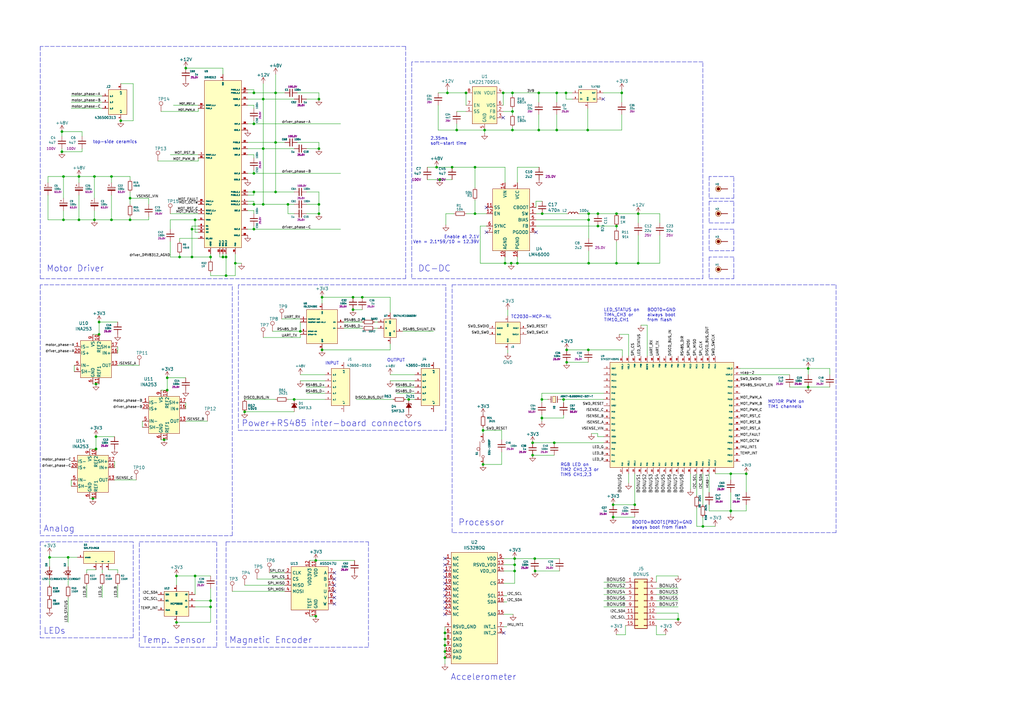
<source format=kicad_sch>
(kicad_sch (version 20200602) (host eeschema "5.99.0-unknown-40250c4~101~ubuntu18.04.1")
  (page 1 1)
  (paper "A3")
  (title_block (title "BLDC Controller") (date "2019-08-22") (rev "A"))
  (junction (at 20.32 228.6))
  (junction (at 25.4 53.975))
  (junction (at 25.4 62.23))
  (junction (at 26.035 72.39))
  (junction (at 26.035 90.17))
  (junction (at 27.94 228.6))
  (junction (at 32.385 72.39))
  (junction (at 32.385 90.17))
  (junction (at 38.1 204.47))
  (junction (at 38.735 72.39))
  (junction (at 38.735 90.17))
  (junction (at 39.37 157.48))
  (junction (at 39.37 179.07))
  (junction (at 39.37 184.15))
  (junction (at 40.64 132.08))
  (junction (at 40.64 137.16))
  (junction (at 45.72 72.39))
  (junction (at 45.72 90.17))
  (junction (at 49.53 49.53))
  (junction (at 53.34 81.28))
  (junction (at 53.34 90.17))
  (junction (at 67.31 180.34))
  (junction (at 68.58 154.94))
  (junction (at 68.58 160.02))
  (junction (at 72.39 236.22))
  (junction (at 72.39 255.27))
  (junction (at 73.66 105.41))
  (junction (at 76.2 27.94))
  (junction (at 78.74 93.98))
  (junction (at 78.74 105.41))
  (junction (at 80.01 90.17))
  (junction (at 80.01 236.22))
  (junction (at 86.36 105.41))
  (junction (at 86.36 246.38))
  (junction (at 86.36 248.92))
  (junction (at 91.44 105.41))
  (junction (at 92.71 105.41))
  (junction (at 92.71 113.03))
  (junction (at 96.52 107.95))
  (junction (at 100.33 168.91))
  (junction (at 104.14 38.1))
  (junction (at 104.14 50.8))
  (junction (at 104.14 71.12))
  (junction (at 104.14 78.74))
  (junction (at 104.14 83.82))
  (junction (at 104.14 93.98))
  (junction (at 107.95 40.64))
  (junction (at 107.95 60.96))
  (junction (at 107.95 83.82))
  (junction (at 113.03 38.1))
  (junction (at 113.03 58.42))
  (junction (at 113.03 78.74))
  (junction (at 118.11 83.82))
  (junction (at 120.65 163.83))
  (junction (at 123.19 135.89))
  (junction (at 129.54 229.87))
  (junction (at 129.54 252.73))
  (junction (at 130.81 40.64))
  (junction (at 130.81 60.96))
  (junction (at 130.81 83.82))
  (junction (at 130.81 87.63))
  (junction (at 132.08 121.92))
  (junction (at 132.08 143.51))
  (junction (at 144.78 121.92))
  (junction (at 144.78 127))
  (junction (at 148.59 121.92))
  (junction (at 167.64 163.83))
  (junction (at 179.07 68.58))
  (junction (at 180.34 73.66))
  (junction (at 182.499 259.588))
  (junction (at 182.499 262.128))
  (junction (at 182.499 264.668))
  (junction (at 182.499 267.208))
  (junction (at 182.499 269.748))
  (junction (at 183.515 38.1))
  (junction (at 185.42 68.58))
  (junction (at 187.325 53.34))
  (junction (at 191.135 38.1))
  (junction (at 194.818 68.58))
  (junction (at 194.818 87.63))
  (junction (at 198.12 176.53))
  (junction (at 198.12 190.5))
  (junction (at 198.755 53.34))
  (junction (at 206.375 38.1))
  (junction (at 207.137 107.95))
  (junction (at 209.677 107.95))
  (junction (at 210.185 38.1))
  (junction (at 210.185 45.72))
  (junction (at 210.185 53.34))
  (junction (at 211.074 229.108))
  (junction (at 211.074 231.648))
  (junction (at 211.074 234.188))
  (junction (at 212.217 107.95))
  (junction (at 218.44 181.61))
  (junction (at 218.44 186.69))
  (junction (at 219.329 229.108))
  (junction (at 219.456 234.188))
  (junction (at 220.98 38.1))
  (junction (at 220.98 53.34))
  (junction (at 222.25 163.83))
  (junction (at 222.25 171.45))
  (junction (at 222.377 87.63))
  (junction (at 227.33 181.61))
  (junction (at 228.346 38.1))
  (junction (at 228.346 53.34))
  (junction (at 231.14 163.83))
  (junction (at 232.156 38.1))
  (junction (at 232.41 143.51))
  (junction (at 232.41 148.59))
  (junction (at 241.046 53.34))
  (junction (at 241.3 143.51))
  (junction (at 241.427 87.63))
  (junction (at 241.427 90.17))
  (junction (at 241.427 107.95))
  (junction (at 245.237 87.63))
  (junction (at 245.237 92.71))
  (junction (at 251.46 207.01))
  (junction (at 251.46 212.09))
  (junction (at 252.857 87.63))
  (junction (at 252.857 92.71))
  (junction (at 252.857 107.95))
  (junction (at 255.016 38.1))
  (junction (at 260.35 207.01))
  (junction (at 261.747 87.63))
  (junction (at 261.747 107.95))
  (junction (at 278.13 254))
  (junction (at 288.29 215.9))
  (junction (at 299.72 194.31))
  (junction (at 299.72 209.55))
  (junction (at 306.07 194.31))
  (junction (at 331.47 151.13))
  (junction (at 331.47 158.75))
  (no_connect (at 199.517 85.09))
  (no_connect (at 206.375 48.26))
  (no_connect (at 182.499 229.108))
  (no_connect (at 182.499 239.268))
  (no_connect (at 182.499 246.888))
  (no_connect (at 206.629 259.588))
  (no_connect (at 182.499 244.348))
  (no_connect (at 137.16 237.49))
  (no_connect (at 137.16 242.57))
  (no_connect (at 182.499 251.968))
  (no_connect (at 219.837 95.25))
  (no_connect (at 182.499 241.808))
  (no_connect (at 182.499 249.428))
  (no_connect (at 182.499 234.188))
  (no_connect (at 182.499 236.728))
  (no_connect (at 137.16 247.65))
  (no_connect (at 247.396 40.64))
  (no_connect (at 137.16 245.11))
  (no_connect (at 137.16 240.03))
  (no_connect (at 182.499 231.648))
  (no_connect (at 137.16 234.95))
  (no_connect (at 199.517 95.25))
  (wire (pts (xy 19.685 72.39) (xy 26.035 72.39)))
  (wire (pts (xy 19.685 74.93) (xy 19.685 72.39)))
  (wire (pts (xy 19.685 80.01) (xy 19.685 90.17)))
  (wire (pts (xy 19.685 90.17) (xy 26.035 90.17)))
  (wire (pts (xy 20.32 227.33) (xy 20.32 228.6)))
  (wire (pts (xy 20.32 228.6) (xy 20.32 232.41)))
  (wire (pts (xy 20.32 228.6) (xy 27.94 228.6)))
  (wire (pts (xy 20.32 237.49) (xy 20.32 240.03)))
  (wire (pts (xy 25.4 53.975) (xy 25.4 55.88)))
  (wire (pts (xy 25.4 53.975) (xy 33.655 53.975)))
  (wire (pts (xy 25.4 62.23) (xy 25.4 60.96)))
  (wire (pts (xy 25.4 62.23) (xy 33.655 62.23)))
  (wire (pts (xy 26.035 72.39) (xy 32.385 72.39)))
  (wire (pts (xy 26.035 81.28) (xy 26.035 72.39)))
  (wire (pts (xy 26.035 86.36) (xy 26.035 90.17)))
  (wire (pts (xy 26.035 90.17) (xy 32.385 90.17)))
  (wire (pts (xy 27.94 228.6) (xy 27.94 232.41)))
  (wire (pts (xy 27.94 228.6) (xy 31.75 228.6)))
  (wire (pts (xy 27.94 237.49) (xy 27.94 240.03)))
  (wire (pts (xy 27.94 245.11) (xy 27.94 255.27)))
  (wire (pts (xy 29.21 196.85) (xy 29.21 199.39)))
  (wire (pts (xy 30.48 152.4) (xy 30.48 149.86)))
  (wire (pts (xy 32.385 72.39) (xy 32.385 74.93)))
  (wire (pts (xy 32.385 72.39) (xy 38.735 72.39)))
  (wire (pts (xy 32.385 80.01) (xy 32.385 90.17)))
  (wire (pts (xy 32.385 90.17) (xy 38.735 90.17)))
  (wire (pts (xy 33.655 53.975) (xy 33.655 55.88)))
  (wire (pts (xy 33.655 62.23) (xy 33.655 60.96)))
  (wire (pts (xy 35.56 233.68) (xy 39.37 233.68)))
  (wire (pts (xy 35.56 234.95) (xy 35.56 233.68)))
  (wire (pts (xy 35.56 240.03) (xy 35.56 245.11)))
  (wire (pts (xy 36.83 184.15) (xy 39.37 184.15)))
  (wire (pts (xy 36.83 204.47) (xy 38.1 204.47)))
  (wire (pts (xy 38.1 137.16) (xy 40.64 137.16)))
  (wire (pts (xy 38.1 157.48) (xy 39.37 157.48)))
  (wire (pts (xy 38.1 204.47) (xy 39.37 204.47)))
  (wire (pts (xy 38.735 72.39) (xy 38.735 81.28)))
  (wire (pts (xy 38.735 72.39) (xy 45.72 72.39)))
  (wire (pts (xy 38.735 86.36) (xy 38.735 90.17)))
  (wire (pts (xy 38.735 90.17) (xy 45.72 90.17)))
  (wire (pts (xy 39.37 157.48) (xy 40.64 157.48)))
  (wire (pts (xy 39.37 179.07) (xy 46.99 179.07)))
  (wire (pts (xy 39.37 184.15) (xy 39.37 179.07)))
  (wire (pts (xy 40.64 132.08) (xy 48.26 132.08)))
  (wire (pts (xy 40.64 137.16) (xy 40.64 132.08)))
  (wire (pts (xy 41.91 39.37) (xy 29.21 39.37)))
  (wire (pts (xy 41.91 41.91) (xy 29.21 41.91)))
  (wire (pts (xy 41.91 44.45) (xy 29.21 44.45)))
  (wire (pts (xy 41.91 233.68) (xy 41.91 234.95)))
  (wire (pts (xy 41.91 240.03) (xy 41.91 245.11)))
  (wire (pts (xy 44.45 233.68) (xy 48.26 233.68)))
  (wire (pts (xy 45.72 72.39) (xy 53.34 72.39)))
  (wire (pts (xy 45.72 74.93) (xy 45.72 72.39)))
  (wire (pts (xy 45.72 80.01) (xy 45.72 90.17)))
  (wire (pts (xy 45.72 90.17) (xy 53.34 90.17)))
  (wire (pts (xy 46.99 191.77) (xy 46.99 189.23)))
  (wire (pts (xy 46.99 196.85) (xy 55.88 196.85)))
  (wire (pts (xy 48.26 142.24) (xy 48.26 144.78)))
  (wire (pts (xy 48.26 149.86) (xy 57.15 149.86)))
  (wire (pts (xy 48.26 233.68) (xy 48.26 234.95)))
  (wire (pts (xy 48.26 240.03) (xy 48.26 245.11)))
  (wire (pts (xy 49.53 34.29) (xy 54.61 34.29)))
  (wire (pts (xy 53.34 72.39) (xy 53.34 73.66)))
  (wire (pts (xy 53.34 78.74) (xy 53.34 81.28)))
  (wire (pts (xy 53.34 81.28) (xy 53.34 83.82)))
  (wire (pts (xy 53.34 81.28) (xy 60.96 81.28)))
  (wire (pts (xy 53.34 90.17) (xy 53.34 88.9)))
  (wire (pts (xy 53.34 90.17) (xy 60.96 90.17)))
  (wire (pts (xy 54.61 34.29) (xy 54.61 49.53)))
  (wire (pts (xy 54.61 49.53) (xy 49.53 49.53)))
  (wire (pts (xy 58.42 175.26) (xy 58.42 172.72)))
  (wire (pts (xy 60.96 81.28) (xy 60.96 83.82)))
  (wire (pts (xy 60.96 90.17) (xy 60.96 88.9)))
  (wire (pts (xy 66.04 45.72) (xy 81.28 45.72)))
  (wire (pts (xy 66.04 160.02) (xy 68.58 160.02)))
  (wire (pts (xy 67.31 180.34) (xy 66.04 180.34)))
  (wire (pts (xy 68.58 154.94) (xy 76.2 154.94)))
  (wire (pts (xy 68.58 160.02) (xy 68.58 154.94)))
  (wire (pts (xy 68.58 180.34) (xy 67.31 180.34)))
  (wire (pts (xy 69.85 63.5) (xy 81.28 63.5)))
  (wire (pts (xy 69.85 87.63) (xy 81.28 87.63)))
  (wire (pts (xy 69.85 90.17) (xy 69.85 93.98)))
  (wire (pts (xy 69.85 90.17) (xy 80.01 90.17)))
  (wire (pts (xy 69.85 99.06) (xy 69.85 105.41)))
  (wire (pts (xy 69.85 105.41) (xy 73.66 105.41)))
  (wire (pts (xy 72.39 236.22) (xy 72.39 240.03)))
  (wire (pts (xy 72.39 236.22) (xy 80.01 236.22)))
  (wire (pts (xy 72.39 255.27) (xy 86.36 255.27)))
  (wire (pts (xy 73.66 97.79) (xy 81.28 97.79)))
  (wire (pts (xy 73.66 99.06) (xy 73.66 97.79)))
  (wire (pts (xy 73.66 105.41) (xy 73.66 104.14)))
  (wire (pts (xy 73.66 105.41) (xy 78.74 105.41)))
  (wire (pts (xy 76.2 27.94) (xy 91.44 27.94)))
  (wire (pts (xy 76.2 165.1) (xy 76.2 167.64)))
  (wire (pts (xy 76.2 172.72) (xy 85.09 172.72)))
  (wire (pts (xy 78.74 92.71) (xy 78.74 93.98)))
  (wire (pts (xy 78.74 93.98) (xy 78.74 105.41)))
  (wire (pts (xy 78.74 93.98) (xy 81.28 93.98)))
  (wire (pts (xy 78.74 105.41) (xy 86.36 105.41)))
  (wire (pts (xy 80.01 90.17) (xy 81.28 90.17)))
  (wire (pts (xy 80.01 95.25) (xy 80.01 90.17)))
  (wire (pts (xy 80.01 236.22) (xy 80.01 243.84)))
  (wire (pts (xy 80.01 236.22) (xy 86.36 236.22)))
  (wire (pts (xy 80.01 246.38) (xy 86.36 246.38)))
  (wire (pts (xy 80.01 248.92) (xy 86.36 248.92)))
  (wire (pts (xy 81.28 43.18) (xy 71.12 43.18)))
  (wire (pts (xy 81.28 44.45) (xy 81.28 45.72)))
  (wire (pts (xy 81.28 64.77) (xy 81.28 66.04)))
  (wire (pts (xy 81.28 66.04) (xy 64.77 66.04)))
  (wire (pts (xy 81.28 92.71) (xy 78.74 92.71)))
  (wire (pts (xy 81.28 95.25) (xy 80.01 95.25)))
  (wire (pts (xy 86.36 104.14) (xy 86.36 105.41)))
  (wire (pts (xy 86.36 105.41) (xy 86.36 106.68)))
  (wire (pts (xy 86.36 113.03) (xy 86.36 111.76)))
  (wire (pts (xy 86.36 241.3) (xy 86.36 246.38)))
  (wire (pts (xy 86.36 246.38) (xy 86.36 248.92)))
  (wire (pts (xy 86.36 248.92) (xy 86.36 255.27)))
  (wire (pts (xy 90.17 104.14) (xy 90.17 105.41)))
  (wire (pts (xy 90.17 105.41) (xy 91.44 105.41)))
  (wire (pts (xy 91.44 27.94) (xy 91.44 30.48)))
  (wire (pts (xy 91.44 104.14) (xy 91.44 105.41)))
  (wire (pts (xy 91.44 105.41) (xy 92.71 105.41)))
  (wire (pts (xy 92.71 104.14) (xy 92.71 105.41)))
  (wire (pts (xy 92.71 105.41) (xy 92.71 113.03)))
  (wire (pts (xy 92.71 113.03) (xy 86.36 113.03)))
  (wire (pts (xy 96.52 104.14) (xy 96.52 107.95)))
  (wire (pts (xy 96.52 107.95) (xy 96.52 113.03)))
  (wire (pts (xy 96.52 107.95) (xy 99.06 107.95)))
  (wire (pts (xy 96.52 113.03) (xy 92.71 113.03)))
  (wire (pts (xy 100.33 168.91) (xy 120.65 168.91)))
  (wire (pts (xy 101.6 36.83) (xy 104.14 36.83)))
  (wire (pts (xy 101.6 38.1) (xy 104.14 38.1)))
  (wire (pts (xy 101.6 40.64) (xy 107.95 40.64)))
  (wire (pts (xy 101.6 50.8) (xy 104.14 50.8)))
  (wire (pts (xy 101.6 58.42) (xy 113.03 58.42)))
  (wire (pts (xy 101.6 60.96) (xy 107.95 60.96)))
  (wire (pts (xy 101.6 71.12) (xy 104.14 71.12)))
  (wire (pts (xy 101.6 78.74) (xy 104.14 78.74)))
  (wire (pts (xy 101.6 80.01) (xy 104.14 80.01)))
  (wire (pts (xy 101.6 82.55) (xy 104.14 82.55)))
  (wire (pts (xy 101.6 83.82) (xy 104.14 83.82)))
  (wire (pts (xy 101.6 93.98) (xy 104.14 93.98)))
  (wire (pts (xy 104.14 36.83) (xy 104.14 38.1)))
  (wire (pts (xy 104.14 38.1) (xy 113.03 38.1)))
  (wire (pts (xy 104.14 43.18) (xy 101.6 43.18)))
  (wire (pts (xy 104.14 44.45) (xy 104.14 43.18)))
  (wire (pts (xy 104.14 50.8) (xy 104.14 49.53)))
  (wire (pts (xy 104.14 50.8) (xy 139.7 50.8)))
  (wire (pts (xy 104.14 63.5) (xy 101.6 63.5)))
  (wire (pts (xy 104.14 64.77) (xy 104.14 63.5)))
  (wire (pts (xy 104.14 71.12) (xy 104.14 69.85)))
  (wire (pts (xy 104.14 71.12) (xy 139.7 71.12)))
  (wire (pts (xy 104.14 78.74) (xy 113.03 78.74)))
  (wire (pts (xy 104.14 80.01) (xy 104.14 78.74)))
  (wire (pts (xy 104.14 82.55) (xy 104.14 83.82)))
  (wire (pts (xy 104.14 83.82) (xy 107.95 83.82)))
  (wire (pts (xy 104.14 86.36) (xy 101.6 86.36)))
  (wire (pts (xy 104.14 87.63) (xy 104.14 86.36)))
  (wire (pts (xy 104.14 93.98) (xy 104.14 92.71)))
  (wire (pts (xy 104.14 93.98) (xy 139.7 93.98)))
  (wire (pts (xy 105.41 237.49) (xy 116.84 237.49)))
  (wire (pts (xy 107.95 34.29) (xy 107.95 40.64)))
  (wire (pts (xy 107.95 40.64) (xy 107.95 60.96)))
  (wire (pts (xy 107.95 40.64) (xy 120.65 40.64)))
  (wire (pts (xy 107.95 60.96) (xy 107.95 83.82)))
  (wire (pts (xy 107.95 60.96) (xy 120.65 60.96)))
  (wire (pts (xy 107.95 83.82) (xy 118.11 83.82)))
  (wire (pts (xy 111.76 135.89) (xy 123.19 135.89)))
  (wire (pts (xy 113.03 30.48) (xy 113.03 38.1)))
  (wire (pts (xy 113.03 38.1) (xy 113.03 58.42)))
  (wire (pts (xy 113.03 38.1) (xy 116.84 38.1)))
  (wire (pts (xy 113.03 58.42) (xy 113.03 78.74)))
  (wire (pts (xy 113.03 58.42) (xy 116.84 58.42)))
  (wire (pts (xy 113.03 78.74) (xy 120.65 78.74)))
  (wire (pts (xy 113.03 163.83) (xy 100.33 163.83)))
  (wire (pts (xy 115.57 130.81) (xy 123.19 130.81)))
  (wire (pts (xy 116.84 234.95) (xy 110.49 234.95)))
  (wire (pts (xy 116.84 240.03) (xy 100.33 240.03)))
  (wire (pts (xy 116.84 242.57) (xy 95.25 242.57)))
  (wire (pts (xy 118.11 83.82) (xy 120.65 83.82)))
  (wire (pts (xy 118.11 87.63) (xy 118.11 83.82)))
  (wire (pts (xy 120.65 87.63) (xy 118.11 87.63)))
  (wire (pts (xy 120.65 163.83) (xy 118.11 163.83)))
  (wire (pts (xy 121.92 38.1) (xy 130.81 38.1)))
  (wire (pts (xy 121.92 58.42) (xy 130.81 58.42)))
  (wire (pts (xy 123.19 132.08) (xy 123.19 135.89)))
  (wire (pts (xy 123.19 137.16) (xy 123.19 138.43)))
  (wire (pts (xy 123.19 138.43) (xy 107.95 138.43)))
  (wire (pts (xy 123.19 153.67) (xy 133.35 153.67)))
  (wire (pts (xy 123.19 156.21) (xy 133.35 156.21)))
  (wire (pts (xy 125.73 78.74) (xy 130.81 78.74)))
  (wire (pts (xy 125.73 87.63) (xy 130.81 87.63)))
  (wire (pts (xy 125.73 158.75) (xy 133.35 158.75)))
  (wire (pts (xy 125.73 161.29) (xy 133.35 161.29)))
  (wire (pts (xy 129.54 229.87) (xy 127 229.87)))
  (wire (pts (xy 129.54 229.87) (xy 145.415 229.87)))
  (wire (pts (xy 129.54 252.73) (xy 127 252.73)))
  (wire (pts (xy 130.81 38.1) (xy 130.81 40.64)))
  (wire (pts (xy 130.81 40.64) (xy 125.73 40.64)))
  (wire (pts (xy 130.81 58.42) (xy 130.81 60.96)))
  (wire (pts (xy 130.81 60.96) (xy 125.73 60.96)))
  (wire (pts (xy 130.81 83.82) (xy 125.73 83.82)))
  (wire (pts (xy 130.81 83.82) (xy 130.81 78.74)))
  (wire (pts (xy 130.81 87.63) (xy 130.81 83.82)))
  (wire (pts (xy 132.08 121.92) (xy 132.08 124.46)))
  (wire (pts (xy 132.08 143.51) (xy 160.02 143.51)))
  (wire (pts (xy 133.35 163.83) (xy 120.65 163.83)))
  (wire (pts (xy 140.97 132.08) (xy 148.59 132.08)))
  (wire (pts (xy 140.97 134.62) (xy 148.59 134.62)))
  (wire (pts (xy 144.78 121.92) (xy 132.08 121.92)))
  (wire (pts (xy 144.78 121.92) (xy 148.59 121.92)))
  (wire (pts (xy 144.78 127) (xy 148.59 127)))
  (wire (pts (xy 146.05 163.83) (xy 161.29 163.83)))
  (wire (pts (xy 154.94 132.08) (xy 153.67 132.08)))
  (wire (pts (xy 154.94 134.62) (xy 153.67 134.62)))
  (wire (pts (xy 160.02 121.92) (xy 148.59 121.92)))
  (wire (pts (xy 160.02 121.92) (xy 160.02 128.27)))
  (wire (pts (xy 160.02 143.51) (xy 160.02 140.97)))
  (wire (pts (xy 160.02 153.67) (xy 170.18 153.67)))
  (wire (pts (xy 160.02 156.21) (xy 170.18 156.21)))
  (wire (pts (xy 162.56 158.75) (xy 170.18 158.75)))
  (wire (pts (xy 162.56 161.29) (xy 170.18 161.29)))
  (wire (pts (xy 165.1 135.89) (xy 177.8 135.89)))
  (wire (pts (xy 166.37 163.83) (xy 167.64 163.83)))
  (wire (pts (xy 167.64 163.83) (xy 170.18 163.83)))
  (wire (pts (xy 179.07 68.58) (xy 175.26 68.58)))
  (wire (pts (xy 179.705 43.18) (xy 179.705 53.34)))
  (wire (pts (xy 179.705 53.34) (xy 187.325 53.34)))
  (wire (pts (xy 180.34 73.66) (xy 175.26 73.66)))
  (wire (pts (xy 182.499 257.048) (xy 182.499 259.588)))
  (wire (pts (xy 182.499 259.588) (xy 182.499 262.128)))
  (wire (pts (xy 182.499 262.128) (xy 182.499 264.668)))
  (wire (pts (xy 182.499 264.668) (xy 182.499 267.208)))
  (wire (pts (xy 182.499 267.208) (xy 182.499 269.748)))
  (wire (pts (xy 182.499 269.748) (xy 182.499 272.288)))
  (wire (pts (xy 182.88 87.63) (xy 182.88 92.202)))
  (wire (pts (xy 183.515 36.83) (xy 183.515 38.1)))
  (wire (pts (xy 183.515 38.1) (xy 179.705 38.1)))
  (wire (pts (xy 183.515 38.1) (xy 191.135 38.1)))
  (wire (pts (xy 185.42 68.58) (xy 179.07 68.58)))
  (wire (pts (xy 185.42 68.58) (xy 194.818 68.58)))
  (wire (pts (xy 185.42 73.66) (xy 180.34 73.66)))
  (wire (pts (xy 186.182 87.63) (xy 182.88 87.63)))
  (wire (pts (xy 187.325 53.34) (xy 187.325 50.8)))
  (wire (pts (xy 191.135 43.18) (xy 191.135 38.1)))
  (wire (pts (xy 191.135 45.72) (xy 187.325 45.72)))
  (wire (pts (xy 191.262 87.63) (xy 194.818 87.63)))
  (wire (pts (xy 194.818 68.58) (xy 194.818 76.962)))
  (wire (pts (xy 194.818 68.58) (xy 207.137 68.58)))
  (wire (pts (xy 194.818 82.042) (xy 194.818 87.63)))
  (wire (pts (xy 194.818 87.63) (xy 199.517 87.63)))
  (wire (pts (xy 196.977 92.71) (xy 196.977 107.95)))
  (wire (pts (xy 196.977 107.95) (xy 207.137 107.95)))
  (wire (pts (xy 198.12 175.26) (xy 198.12 176.53)))
  (wire (pts (xy 198.12 176.53) (xy 198.12 177.8)))
  (wire (pts (xy 198.12 190.5) (xy 205.74 190.5)))
  (wire (pts (xy 198.755 53.34) (xy 187.325 53.34)))
  (wire (pts (xy 198.755 53.34) (xy 210.185 53.34)))
  (wire (pts (xy 198.755 54.61) (xy 198.755 53.34)))
  (wire (pts (xy 199.517 92.71) (xy 196.977 92.71)))
  (wire (pts (xy 205.74 176.53) (xy 198.12 176.53)))
  (wire (pts (xy 205.74 180.34) (xy 205.74 176.53)))
  (wire (pts (xy 205.74 190.5) (xy 205.74 185.42)))
  (wire (pts (xy 206.375 43.18) (xy 206.375 38.1)))
  (wire (pts (xy 206.375 45.72) (xy 210.185 45.72)))
  (wire (pts (xy 206.629 229.108) (xy 211.074 229.108)))
  (wire (pts (xy 206.629 231.648) (xy 211.074 231.648)))
  (wire (pts (xy 206.629 234.188) (xy 211.074 234.188)))
  (wire (pts (xy 206.629 239.268) (xy 211.074 239.268)))
  (wire (pts (xy 207.137 74.93) (xy 207.137 68.58)))
  (wire (pts (xy 207.137 105.41) (xy 207.137 107.95)))
  (wire (pts (xy 207.137 107.95) (xy 209.677 107.95)))
  (wire (pts (xy 207.899 244.348) (xy 206.629 244.348)))
  (wire (pts (xy 207.899 246.888) (xy 206.629 246.888)))
  (wire (pts (xy 207.899 257.048) (xy 206.629 257.048)))
  (wire (pts (xy 208.28 127) (xy 208.28 129.54)))
  (wire (pts (xy 208.28 144.78) (xy 208.28 143.51)))
  (wire (pts (xy 210.058 53.34) (xy 210.185 53.34)))
  (wire (pts (xy 210.185 38.1) (xy 206.375 38.1)))
  (wire (pts (xy 210.185 38.1) (xy 220.98 38.1)))
  (wire (pts (xy 210.185 39.37) (xy 210.185 38.1)))
  (wire (pts (xy 210.185 45.72) (xy 210.185 44.45)))
  (wire (pts (xy 210.185 46.99) (xy 210.185 45.72)))
  (wire (pts (xy 210.185 53.34) (xy 210.185 52.07)))
  (wire (pts (xy 210.185 53.34) (xy 220.98 53.34)))
  (wire (pts (xy 210.439 251.968) (xy 206.629 251.968)))
  (wire (pts (xy 211.074 229.108) (xy 219.329 229.108)))
  (wire (pts (xy 211.074 231.648) (xy 211.074 229.108)))
  (wire (pts (xy 211.074 234.188) (xy 211.074 231.648)))
  (wire (pts (xy 211.074 239.268) (xy 211.074 234.188)))
  (wire (pts (xy 212.217 68.58) (xy 221.107 68.58)))
  (wire (pts (xy 212.217 74.93) (xy 212.217 68.58)))
  (wire (pts (xy 212.217 105.41) (xy 212.217 107.95)))
  (wire (pts (xy 212.217 107.95) (xy 209.677 107.95)))
  (wire (pts (xy 212.217 107.95) (xy 241.427 107.95)))
  (wire (pts (xy 218.44 181.61) (xy 227.33 181.61)))
  (wire (pts (xy 218.44 186.69) (xy 227.33 186.69)))
  (wire (pts (xy 219.329 229.108) (xy 229.489 229.108)))
  (wire (pts (xy 219.329 234.188) (xy 219.456 234.188)))
  (wire (pts (xy 219.456 234.188) (xy 229.489 234.188)))
  (wire (pts (xy 219.837 85.09) (xy 219.837 82.55)))
  (wire (pts (xy 219.837 92.71) (xy 245.237 92.71)))
  (wire (pts (xy 220.98 38.1) (xy 228.346 38.1)))
  (wire (pts (xy 220.98 41.91) (xy 220.98 38.1)))
  (wire (pts (xy 220.98 46.99) (xy 220.98 53.34)))
  (wire (pts (xy 220.98 53.34) (xy 228.346 53.34)))
  (wire (pts (xy 222.25 161.29) (xy 222.25 163.83)))
  (wire (pts (xy 222.25 163.83) (xy 222.25 165.1)))
  (wire (pts (xy 222.25 170.18) (xy 222.25 171.45)))
  (wire (pts (xy 222.25 171.45) (xy 222.25 172.72)))
  (wire (pts (xy 222.25 171.45) (xy 231.14 171.45)))
  (wire (pts (xy 222.377 82.55) (xy 219.837 82.55)))
  (wire (pts (xy 222.377 87.63) (xy 219.837 87.63)))
  (wire (pts (xy 224.79 163.83) (xy 222.25 163.83)))
  (wire (pts (xy 227.33 181.61) (xy 247.65 181.61)))
  (wire (pts (xy 228.346 38.1) (xy 232.156 38.1)))
  (wire (pts (xy 228.346 41.91) (xy 228.346 38.1)))
  (wire (pts (xy 228.346 46.99) (xy 228.346 53.34)))
  (wire (pts (xy 228.346 53.34) (xy 241.046 53.34)))
  (wire (pts (xy 229.87 163.83) (xy 231.14 163.83)))
  (wire (pts (xy 231.14 163.83) (xy 231.14 165.1)))
  (wire (pts (xy 231.14 163.83) (xy 247.65 163.83)))
  (wire (pts (xy 231.14 171.45) (xy 231.14 170.18)))
  (wire (pts (xy 232.156 38.1) (xy 234.696 38.1)))
  (wire (pts (xy 232.156 40.64) (xy 232.156 38.1)))
  (wire (pts (xy 232.41 143.51) (xy 241.3 143.51)))
  (wire (pts (xy 232.41 148.59) (xy 241.3 148.59)))
  (wire (pts (xy 232.537 87.63) (xy 222.377 87.63)))
  (wire (pts (xy 234.696 40.64) (xy 232.156 40.64)))
  (wire (pts (xy 241.046 44.45) (xy 241.046 53.34)))
  (wire (pts (xy 241.046 53.34) (xy 255.016 53.34)))
  (wire (pts (xy 241.3 143.51) (xy 255.27 143.51)))
  (wire (pts (xy 241.427 87.63) (xy 237.617 87.63)))
  (wire (pts (xy 241.427 90.17) (xy 219.837 90.17)))
  (wire (pts (xy 241.427 90.17) (xy 241.427 87.63)))
  (wire (pts (xy 241.427 97.79) (xy 241.427 90.17)))
  (wire (pts (xy 241.427 102.87) (xy 241.427 107.95)))
  (wire (pts (xy 241.427 107.95) (xy 252.857 107.95)))
  (wire (pts (xy 242.57 177.8) (xy 245.11 177.8)))
  (wire (pts (xy 245.11 177.8) (xy 245.11 179.07)))
  (wire (pts (xy 245.11 179.07) (xy 247.65 179.07)))
  (wire (pts (xy 245.237 87.63) (xy 241.427 87.63)))
  (wire (pts (xy 245.237 87.63) (xy 252.857 87.63)))
  (wire (pts (xy 245.237 92.71) (xy 252.857 92.71)))
  (wire (pts (xy 247.396 38.1) (xy 255.016 38.1)))
  (wire (pts (xy 247.65 161.29) (xy 222.25 161.29)))
  (wire (pts (xy 247.65 241.3) (xy 256.54 241.3)))
  (wire (pts (xy 247.65 243.84) (xy 256.54 243.84)))
  (wire (pts (xy 247.65 246.38) (xy 256.54 246.38)))
  (wire (pts (xy 247.65 248.92) (xy 256.54 248.92)))
  (wire (pts (xy 251.46 212.09) (xy 260.35 212.09)))
  (wire (pts (xy 252.73 260.35) (xy 256.54 260.35)))
  (wire (pts (xy 252.857 93.98) (xy 252.857 92.71)))
  (wire (pts (xy 252.857 99.06) (xy 252.857 107.95)))
  (wire (pts (xy 254 137.16) (xy 257.81 137.16)))
  (wire (pts (xy 255.016 36.83) (xy 255.016 38.1)))
  (wire (pts (xy 255.016 38.1) (xy 255.016 41.91)))
  (wire (pts (xy 255.016 46.99) (xy 255.016 53.34)))
  (wire (pts (xy 255.27 143.51) (xy 255.27 146.05)))
  (wire (pts (xy 256.54 238.76) (xy 247.65 238.76)))
  (wire (pts (xy 256.54 260.35) (xy 256.54 256.54)))
  (wire (pts (xy 257.81 137.16) (xy 257.81 146.05)))
  (wire (pts (xy 257.81 198.12) (xy 257.81 194.31)))
  (wire (pts (xy 260.35 194.31) (xy 260.35 207.01)))
  (wire (pts (xy 260.35 207.01) (xy 251.46 207.01)))
  (wire (pts (xy 261.747 87.63) (xy 252.857 87.63)))
  (wire (pts (xy 261.747 87.63) (xy 270.637 87.63)))
  (wire (pts (xy 261.747 91.44) (xy 261.747 87.63)))
  (wire (pts (xy 261.747 96.52) (xy 261.747 107.95)))
  (wire (pts (xy 261.747 107.95) (xy 252.857 107.95)))
  (wire (pts (xy 262.89 133.35) (xy 265.43 133.35)))
  (wire (pts (xy 265.43 133.35) (xy 265.43 146.05)))
  (wire (pts (xy 269.24 236.22) (xy 269.24 238.76)))
  (wire (pts (xy 269.24 241.3) (xy 278.13 241.3)))
  (wire (pts (xy 269.24 243.84) (xy 278.13 243.84)))
  (wire (pts (xy 269.24 246.38) (xy 278.13 246.38)))
  (wire (pts (xy 269.24 248.92) (xy 278.13 248.92)))
  (wire (pts (xy 269.24 251.46) (xy 278.13 251.46)))
  (wire (pts (xy 269.24 254) (xy 278.13 254)))
  (wire (pts (xy 269.24 256.54) (xy 269.24 260.35)))
  (wire (pts (xy 269.24 260.35) (xy 273.05 260.35)))
  (wire (pts (xy 270.637 87.63) (xy 270.637 91.44)))
  (wire (pts (xy 270.637 96.52) (xy 270.637 107.95)))
  (wire (pts (xy 270.637 107.95) (xy 261.747 107.95)))
  (wire (pts (xy 278.13 236.22) (xy 269.24 236.22)))
  (wire (pts (xy 278.13 251.46) (xy 278.13 254)))
  (wire (pts (xy 283.21 194.31) (xy 283.21 200.66)))
  (wire (pts (xy 285.75 194.31) (xy 285.75 203.2)))
  (wire (pts (xy 285.75 208.28) (xy 285.75 215.9)))
  (wire (pts (xy 285.75 215.9) (xy 288.29 215.9)))
  (wire (pts (xy 288.29 194.31) (xy 288.29 207.01)))
  (wire (pts (xy 288.29 212.09) (xy 288.29 215.9)))
  (wire (pts (xy 288.29 215.9) (xy 293.37 215.9)))
  (wire (pts (xy 290.83 201.93) (xy 290.83 194.31)))
  (wire (pts (xy 290.83 207.01) (xy 290.83 209.55)))
  (wire (pts (xy 290.83 209.55) (xy 299.72 209.55)))
  (wire (pts (xy 293.37 194.31) (xy 299.72 194.31)))
  (wire (pts (xy 299.72 194.31) (xy 306.07 194.31)))
  (wire (pts (xy 299.72 196.85) (xy 299.72 194.31)))
  (wire (pts (xy 299.72 201.93) (xy 299.72 209.55)))
  (wire (pts (xy 299.72 209.55) (xy 299.72 210.82)))
  (wire (pts (xy 299.72 209.55) (xy 306.07 209.55)))
  (wire (pts (xy 303.53 151.13) (xy 331.47 151.13)))
  (wire (pts (xy 303.53 153.67) (xy 323.85 153.67)))
  (wire (pts (xy 306.07 194.31) (xy 306.07 201.93)))
  (wire (pts (xy 306.07 209.55) (xy 306.07 207.01)))
  (wire (pts (xy 323.85 158.75) (xy 331.47 158.75)))
  (wire (pts (xy 331.47 151.13) (xy 331.47 153.67)))
  (wire (pts (xy 331.47 151.13) (xy 340.36 151.13)))
  (wire (pts (xy 331.47 158.75) (xy 340.36 158.75)))
  (wire (pts (xy 340.36 151.13) (xy 340.36 153.67)))
  (polyline (pts (xy 16.51 19.05) (xy 16.51 114.3)) (stroke (width 0) (type dash)))
  (polyline (pts (xy 16.51 114.3) (xy 166.37 114.3)) (stroke (width 0) (type dash)))
  (polyline (pts (xy 16.51 116.84) (xy 16.51 219.71)) (stroke (width 0) (type dash)))
  (polyline (pts (xy 16.51 219.71) (xy 95.25 219.71)) (stroke (width 0) (type dash)))
  (polyline (pts (xy 16.51 222.25) (xy 16.51 261.62)) (stroke (width 0) (type dash)))
  (polyline (pts (xy 16.51 261.62) (xy 54.61 261.62)) (stroke (width 0) (type dash)))
  (polyline (pts (xy 54.61 222.25) (xy 16.51 222.25)) (stroke (width 0) (type dash)))
  (polyline (pts (xy 54.61 261.62) (xy 54.61 222.25)) (stroke (width 0) (type dash)))
  (polyline (pts (xy 57.15 222.25) (xy 88.9 222.25)) (stroke (width 0) (type dash)))
  (polyline (pts (xy 57.15 265.43) (xy 57.15 222.25)) (stroke (width 0) (type dash)))
  (polyline (pts (xy 88.9 222.25) (xy 88.9 265.43)) (stroke (width 0) (type dash)))
  (polyline (pts (xy 88.9 265.43) (xy 57.15 265.43)) (stroke (width 0) (type dash)))
  (polyline (pts (xy 92.71 222.25) (xy 92.71 265.43)) (stroke (width 0) (type dash)))
  (polyline (pts (xy 92.71 222.25) (xy 151.13 222.25)) (stroke (width 0) (type dash)))
  (polyline (pts (xy 95.25 116.84) (xy 16.51 116.84)) (stroke (width 0) (type dash)))
  (polyline (pts (xy 95.25 219.71) (xy 95.25 116.84)) (stroke (width 0) (type dash)))
  (polyline (pts (xy 97.79 116.84) (xy 97.79 176.53)) (stroke (width 0) (type dash)))
  (polyline (pts (xy 97.79 176.53) (xy 182.88 176.53)) (stroke (width 0) (type dash)))
  (polyline (pts (xy 151.13 222.25) (xy 151.13 265.43)) (stroke (width 0) (type dash)))
  (polyline (pts (xy 151.13 265.43) (xy 92.71 265.43)) (stroke (width 0) (type dash)))
  (polyline (pts (xy 166.37 19.05) (xy 16.51 19.05)) (stroke (width 0) (type dash)))
  (polyline (pts (xy 166.37 114.3) (xy 166.37 19.05)) (stroke (width 0) (type dash)))
  (polyline (pts (xy 168.91 25.4) (xy 168.91 114.3)) (stroke (width 0) (type dash)))
  (polyline (pts (xy 168.91 114.3) (xy 288.29 114.3)) (stroke (width 0) (type dash)))
  (polyline (pts (xy 182.88 116.84) (xy 97.79 116.84)) (stroke (width 0) (type dash)))
  (polyline (pts (xy 182.88 176.53) (xy 182.88 116.84)) (stroke (width 0) (type dash)))
  (polyline (pts (xy 185.42 116.84) (xy 342.9 116.84)) (stroke (width 0) (type dash)))
  (polyline (pts (xy 185.42 218.44) (xy 185.42 116.84)) (stroke (width 0) (type dash)))
  (polyline (pts (xy 288.29 25.4) (xy 168.91 25.4)) (stroke (width 0) (type dash)))
  (polyline (pts (xy 288.29 114.3) (xy 288.29 25.4)) (stroke (width 0) (type dash)))
  (polyline (pts (xy 290.83 72.39) (xy 290.83 81.28)) (stroke (width 0) (type dash)))
  (polyline (pts (xy 290.83 81.28) (xy 300.99 81.28)) (stroke (width 0) (type dash)))
  (polyline (pts (xy 290.83 82.55) (xy 290.83 91.44)) (stroke (width 0) (type dash)))
  (polyline (pts (xy 290.83 91.44) (xy 300.99 91.44)) (stroke (width 0) (type dash)))
  (polyline (pts (xy 290.83 93.98) (xy 290.83 102.87)) (stroke (width 0) (type dash)))
  (polyline (pts (xy 290.83 102.87) (xy 300.99 102.87)) (stroke (width 0) (type dash)))
  (polyline (pts (xy 290.83 105.41) (xy 290.83 114.3)) (stroke (width 0) (type dash)))
  (polyline (pts (xy 290.83 114.3) (xy 300.99 114.3)) (stroke (width 0) (type dash)))
  (polyline (pts (xy 300.99 72.39) (xy 290.83 72.39)) (stroke (width 0) (type dash)))
  (polyline (pts (xy 300.99 81.28) (xy 300.99 72.39)) (stroke (width 0) (type dash)))
  (polyline (pts (xy 300.99 82.55) (xy 290.83 82.55)) (stroke (width 0) (type dash)))
  (polyline (pts (xy 300.99 91.44) (xy 300.99 82.55)) (stroke (width 0) (type dash)))
  (polyline (pts (xy 300.99 93.98) (xy 290.83 93.98)) (stroke (width 0) (type dash)))
  (polyline (pts (xy 300.99 102.87) (xy 300.99 93.98)) (stroke (width 0) (type dash)))
  (polyline (pts (xy 300.99 105.41) (xy 290.83 105.41)) (stroke (width 0) (type dash)))
  (polyline (pts (xy 300.99 114.3) (xy 300.99 105.41)) (stroke (width 0) (type dash)))
  (polyline (pts (xy 342.9 116.84) (xy 342.9 218.44)) (stroke (width 0) (type dash)))
  (polyline (pts (xy 342.9 218.44) (xy 185.42 218.44)) (stroke (width 0) (type dash)))
  (text "Analog" (at 17.78 218.44 0) (effects (font (size 2.54 2.54)) (justify left bottom)))
  (text "LEDs" (at 17.78 260.35 0) (effects (font (size 2.54 2.54)) (justify left bottom)))
  (text "Motor Driver" (at 19.05 111.76 0) (effects (font (size 2.54 2.54)) (justify left bottom)))
  (text "top-side ceramics" (at 38.1 59.055 0) (effects (font (size 1.27 1.27)) (justify left bottom)))
  (text "Temp. Sensor" (at 58.42 264.16 0) (effects (font (size 2.54 2.54)) (justify left bottom)))
  (text "Magnetic Encoder" (at 93.98 264.16 0) (effects (font (size 2.54 2.54)) (justify left bottom)))
  (text "Power+RS485 inter-board connectors" (at 99.06 175.26 0) (effects (font (size 2.54 2.54)) (justify left bottom)))
  (text "INPUT" (at 133.35 149.86 0) (effects (font (size 1.27 1.27)) (justify left bottom)))
  (text "OUTPUT" (at 158.75 148.59 0) (effects (font (size 1.27 1.27)) (justify left bottom)))
  (text "DC-DC" (at 171.45 111.76 0) (effects (font (size 2.54 2.54)) (justify left bottom)))
  (text "2.35ms\nsoft-start time" (at 176.53 59.69 0) (effects (font (size 1.27 1.27)) (justify left bottom)))
  (text "Accelerometer" (at 184.785 279.273 0) (effects (font (size 2.54 2.54)) (justify left bottom)))
  (text "Processor" (at 187.96 215.9 0) (effects (font (size 2.54 2.54)) (justify left bottom)))
  (text "Enable at 2.1V\nVen = 2.1*59/10 = 12.39V" (at 196.596 100.076 180) (effects (font (size 1.27 1.27)) (justify right bottom)))
  (text "TC2030-MCP-NL" (at 209.55 130.81 0) (effects (font (size 1.27 1.27)) (justify left bottom)))
  (text "RGB LED on\nTIM2 CH1,2,3 or\nTIM5 CH1,2,3" (at 229.87 195.58 0) (effects (font (size 1.27 1.27)) (justify left bottom)))
  (text "LED_STATUS on\nTIM4_CH3 or\nTIM10_CH1" (at 247.65 132.08 0) (effects (font (size 1.27 1.27)) (justify left bottom)))
  (text "BOOT0=BOOT1(PB2)=GND\nalways boot from flash" (at 259.08 217.17 0) (effects (font (size 1.27 1.27)) (justify left bottom)))
  (text "BOOT0=GND\nalways boot\nfrom flash" (at 265.43 132.08 0) (effects (font (size 1.27 1.27)) (justify left bottom)))
  (text "MOTOR PWM on\nTIM1 channels" (at 314.96 167.64 0) (effects (font (size 1.27 1.27)) (justify left bottom)))
  (label "LED_STATUS" (at 27.94 255.27 90) (effects (font (size 1.016 1.016))))
  (label "motor_phase-A" (at 29.21 39.37 0) (effects (font (size 1.016 1.016))))
  (label "motor_phase-B" (at 29.21 41.91 0) (effects (font (size 1.016 1.016))))
  (label "motor_phase-C" (at 29.21 44.45 0) (effects (font (size 1.016 1.016))))
  (label "motor_phase-C" (at 29.21 189.23 180) (effects (font (size 1.016 1.016))))
  (label "driver_phase-C" (at 29.21 191.77 180) (effects (font (size 1.016 1.016))))
  (label "motor_phase-A" (at 30.48 142.24 180) (effects (font (size 1.016 1.016))))
  (label "driver_phase-A" (at 30.48 144.78 180) (effects (font (size 1.016 1.016))))
  (label "LED_R" (at 35.56 245.11 90) (effects (font (size 1.016 1.016))))
  (label "LED_G" (at 41.91 245.11 90) (effects (font (size 1.016 1.016))))
  (label "LED_B" (at 48.26 245.11 90) (effects (font (size 1.016 1.016))))
  (label "ISENSE_C" (at 54.61 196.85 180) (effects (font (size 1.016 1.016))))
  (label "VSENSE_VIN" (at 55.88 81.28 0) (effects (font (size 1.016 1.016))))
  (label "ISENSE_A" (at 55.88 149.86 180) (effects (font (size 1.016 1.016))))
  (label "motor_phase-B" (at 58.42 165.1 180) (effects (font (size 1.016 1.016))))
  (label "driver_phase-B" (at 58.42 167.64 180) (effects (font (size 1.016 1.016))))
  (label "I2C_SDA" (at 64.77 243.84 180) (effects (font (size 1.016 1.016))))
  (label "I2C_SCL" (at 64.77 246.38 180) (effects (font (size 1.016 1.016))))
  (label "TEMP_INT" (at 64.77 250.19 180) (effects (font (size 1.016 1.016))))
  (label "driver_DRV8312_AGND" (at 69.85 105.41 180) (effects (font (size 1.016 1.016))))
  (label "MOT_RST_A" (at 80.01 43.18 180) (effects (font (size 0.7874 0.7874))))
  (label "MOT_PWM_A" (at 80.01 45.72 180) (effects (font (size 0.7874 0.7874))))
  (label "MOT_RST_B" (at 80.01 63.5 180) (effects (font (size 1.016 1.016))))
  (label "MOT_PWM_B" (at 80.01 66.04 180) (effects (font (size 1.016 1.016))))
  (label "MOT_FAULT" (at 81.28 82.55 180) (effects (font (size 1.016 1.016))))
  (label "MOT_OCTW" (at 81.28 83.82 180) (effects (font (size 1.016 1.016))))
  (label "MOT_RST_C" (at 81.28 86.36 180) (effects (font (size 1.016 1.016))))
  (label "MOT_PWM_C" (at 81.28 87.63 180) (effects (font (size 1.016 1.016))))
  (label "ISENSE_B" (at 83.82 172.72 180) (effects (font (size 1.016 1.016))))
  (label "DISCO_BUS_IN" (at 110.49 163.83 180) (effects (font (size 0.9906 0.9906))))
  (label "driver_phase-A" (at 115.57 50.8 0) (effects (font (size 1.016 1.016))))
  (label "driver_phase-B" (at 115.57 71.12 0) (effects (font (size 1.016 1.016))))
  (label "driver_phase-C" (at 115.57 93.98 0) (effects (font (size 1.016 1.016))))
  (label "SPI_CLK" (at 116.84 234.95 180) (effects (font (size 1.016 1.016))))
  (label "SPI_CS" (at 116.84 237.49 180) (effects (font (size 1.016 1.016))))
  (label "SPI_MISO" (at 116.84 240.03 180) (effects (font (size 1.016 1.016))))
  (label "SPI_MOSI" (at 116.84 242.57 180) (effects (font (size 1.016 1.016))))
  (label "RS485_DIR" (at 121.92 135.89 180) (effects (font (size 1.016 1.016))))
  (label "UART_TX" (at 121.92 138.43 180) (effects (font (size 1.016 1.016))))
  (label "UART_RX" (at 123.19 130.81 180) (effects (font (size 1.016 1.016))))
  (label "RS485_D+" (at 133.35 158.75 180) (effects (font (size 1.016 1.016))))
  (label "RS485_D-" (at 133.35 161.29 180) (effects (font (size 1.016 1.016))))
  (label "RS485_D+" (at 140.97 132.08 0) (effects (font (size 1.016 1.016))))
  (label "RS485_D-" (at 140.97 134.62 0) (effects (font (size 1.016 1.016))))
  (label "DISCO_BUS_OUT" (at 157.48 163.83 180) (effects (font (size 0.9906 0.9906))))
  (label "RS485_SHUNT_EN" (at 165.1 135.89 0) (effects (font (size 1.016 1.016))))
  (label "RS485_D+" (at 170.18 158.75 180) (effects (font (size 1.016 1.016))))
  (label "RS485_D-" (at 170.18 161.29 180) (effects (font (size 1.016 1.016))))
  (label "SWD_RESET" (at 199.39 176.53 0) (effects (font (size 1.016 1.016))))
  (label "SWD_SWDIO" (at 200.66 134.62 180) (effects (font (size 1.016 1.016))))
  (label "SWD_SWO" (at 200.66 137.16 180) (effects (font (size 1.016 1.016))))
  (label "I2C_SCL" (at 207.899 244.348 0) (effects (font (size 1.016 1.016))))
  (label "I2C_SDA" (at 207.899 246.888 0) (effects (font (size 1.016 1.016))))
  (label "IMU_INT1" (at 207.899 257.048 0) (effects (font (size 1.016 1.016))))
  (label "SWD_RESET" (at 215.9 134.62 0) (effects (font (size 1.016 1.016))))
  (label "SWD_SWCLK" (at 215.9 137.16 0) (effects (font (size 1.016 1.016))))
  (label "3V9" (at 216.154 38.1 0) (effects (font (size 1.016 1.016))))
  (label "SWD_RESET" (at 247.65 166.37 180) (effects (font (size 1.016 1.016))))
  (label "ISENSE_C" (at 247.65 168.91 180) (effects (font (size 1.016 1.016))))
  (label "ISENSE_B" (at 247.65 171.45 180) (effects (font (size 1.016 1.016))))
  (label "ISENSE_A" (at 247.65 173.99 180) (effects (font (size 1.016 1.016))))
  (label "VSENSE_VIN" (at 247.65 176.53 180) (effects (font (size 1.016 1.016))))
  (label "LED_G" (at 247.65 184.15 180) (effects (font (size 1.016 1.016))))
  (label "LED_B" (at 247.65 186.69 180) (effects (font (size 1.016 1.016))))
  (label "LED_R" (at 247.65 189.23 180) (effects (font (size 1.016 1.016))))
  (label "BONUS0" (at 255.27 194.31 270))
  (label "BONUS0" (at 256.54 238.76 180))
  (label "BONUS2" (at 256.54 241.3 180))
  (label "BONUS4" (at 256.54 243.84 180))
  (label "BONUS6" (at 256.54 246.38 180))
  (label "BONUS8" (at 256.54 248.92 180))
  (label "I2C_SDA" (at 256.54 251.46 180) (effects (font (size 1.016 1.016))))
  (label "I2C_SCL" (at 256.54 254 180) (effects (font (size 1.016 1.016))))
  (label "SPI_CS" (at 260.35 146.05 90) (effects (font (size 1.016 1.016))))
  (label "LED_STATUS" (at 262.89 146.05 90) (effects (font (size 1.016 1.016))))
  (label "BONUS1" (at 262.89 194.31 270))
  (label "BONUS2" (at 265.43 194.31 270))
  (label "UART_RX" (at 267.97 146.05 90) (effects (font (size 1.016 1.016))))
  (label "BONUS3" (at 267.97 194.31 270))
  (label "UART_TX" (at 270.51 146.05 90) (effects (font (size 1.016 1.016))))
  (label "BONUS4" (at 270.51 194.31 270))
  (label "BONUS5" (at 273.05 194.31 270))
  (label "DISCO_BUS_IN" (at 275.59 146.05 90) (effects (font (size 1.016 1.016))))
  (label "BONUS6" (at 275.59 194.31 270))
  (label "BONUS7" (at 278.13 194.31 270))
  (label "BONUS1" (at 278.13 241.3 180))
  (label "BONUS3" (at 278.13 243.84 180))
  (label "BONUS5" (at 278.13 246.38 180))
  (label "BONUS7" (at 278.13 248.92 180))
  (label "RS485_DIR" (at 280.67 146.05 90) (effects (font (size 1.016 1.016))))
  (label "BONUS8" (at 280.67 194.31 270))
  (label "SPI_MOSI" (at 283.21 146.05 90) (effects (font (size 1.016 1.016))))
  (label "SPI_MISO" (at 285.75 146.05 90) (effects (font (size 1.016 1.016))))
  (label "I2C_SCL" (at 285.75 194.31 270) (effects (font (size 1.016 1.016))))
  (label "SPI_CLK" (at 288.29 146.05 90) (effects (font (size 1.016 1.016))))
  (label "I2C_SDA" (at 288.29 194.31 270) (effects (font (size 1.016 1.016))))
  (label "DISCO_BUS_OUT" (at 290.83 146.05 90) (effects (font (size 1.016 1.016))))
  (label "vcap-1" (at 290.83 194.31 270) (effects (font (size 1.016 1.016))))
  (label "SWD_SWCLK" (at 293.37 146.05 90) (effects (font (size 1.016 1.016))))
  (label "vcap-2" (at 303.53 153.67 0) (effects (font (size 1.016 1.016))))
  (label "SWD_SWDIO" (at 303.53 156.21 0) (effects (font (size 1.016 1.016))))
  (label "RS485_SHUNT_EN" (at 303.53 158.75 0) (effects (font (size 1.016 1.016))))
  (label "MOT_PWM_A" (at 303.53 163.83 0) (effects (font (size 1.016 1.016))))
  (label "MOT_PWM_B" (at 303.53 166.37 0) (effects (font (size 1.016 1.016))))
  (label "MOT_PWM_C" (at 303.53 168.91 0) (effects (font (size 1.016 1.016))))
  (label "MOT_RST_C" (at 303.53 171.45 0) (effects (font (size 1.016 1.016))))
  (label "MOT_RST_B" (at 303.53 173.99 0) (effects (font (size 1.016 1.016))))
  (label "MOT_RST_A" (at 303.53 176.53 0) (effects (font (size 1.016 1.016))))
  (label "MOT_FAULT" (at 303.53 179.07 0) (effects (font (size 1.016 1.016))))
  (label "MOT_OCTW" (at 303.53 181.61 0) (effects (font (size 1.016 1.016))))
  (label "IMU_INT1" (at 303.53 184.15 0) (effects (font (size 1.016 1.016))))
  (label "TEMP_INT" (at 303.53 186.69 0) (effects (font (size 1.016 1.016))))
  (symbol (lib_id "BLDC:inductor-sym") (at 235.077 87.63 270) (unit 1)
    (property "Reference" "L2" (at 230.632 86.36 90) (effects (font (size 0.9906 0.9906)) (justify left)))
    (property "Value" "100u" (at 237.617 86.36 90) (effects (font (size 0.9906 0.9906)) (justify left)))
    (property "Footprint" "Inductor_SMD:L_7.3x7.3_H4.5" (effects hide))
    (property "D1N" "Digikey" (effects hide))
    (property "D1PN" "732-1199" (effects hide))
    (property "Inductance" "100.0uH" (effects hide))
    (property "MFN" "Wurth" (effects hide))
    (property "MPN" "744777920" (effects hide))
    (property "Maximum Current" "1A" (effects hide))
    (property "Tolerance" "20%" (effects hide))
  )
  (symbol (lib_id "Connector:TestPoint") (at 55.88 196.85 0) (unit 1)
    (property "Reference" "TP10" (at 54.61 191.77 0) (effects (justify left)))
    (property "Value" "TestPoint" (effects hide))
    (property "Footprint" "TestPoint:TestPoint_Pad_D1.0mm" (effects hide))
  )
  (symbol (lib_id "Connector:TestPoint") (at 57.15 149.86 0) (unit 1)
    (property "Reference" "TP11" (at 55.88 144.78 0) (effects (justify left)))
    (property "Value" "TestPoint" (effects hide))
    (property "Footprint" "TestPoint:TestPoint_Pad_D1.0mm" (effects hide))
  )
  (symbol (lib_id "Connector:TestPoint") (at 64.77 66.04 0) (unit 1)
    (property "Reference" "TP13" (at 63.5 60.96 0) (effects (justify left)))
    (property "Value" "TestPoint" (effects hide))
    (property "Footprint" "TestPoint:TestPoint_Pad_D1.0mm" (effects hide))
  )
  (symbol (lib_id "Connector:TestPoint") (at 66.04 45.72 0) (unit 1)
    (property "Reference" "TP14" (at 64.77 40.64 0) (effects (justify left)))
    (property "Value" "TestPoint" (effects hide))
    (property "Footprint" "TestPoint:TestPoint_Pad_D1.0mm" (effects hide))
  )
  (symbol (lib_id "Connector:TestPoint") (at 69.85 87.63 0) (unit 1)
    (property "Reference" "TP15" (at 68.58 82.55 0) (effects (justify left)))
    (property "Value" "TestPoint" (effects hide))
    (property "Footprint" "TestPoint:TestPoint_Pad_D1.0mm" (effects hide))
  )
  (symbol (lib_id "Connector:TestPoint") (at 85.09 172.72 0) (unit 1)
    (property "Reference" "TP12" (at 83.82 167.64 0) (effects (justify left)))
    (property "Value" "TestPoint" (effects hide))
    (property "Footprint" "TestPoint:TestPoint_Pad_D1.0mm" (effects hide))
  )
  (symbol (lib_id "Connector:TestPoint") (at 95.25 242.57 0) (unit 1)
    (property "Reference" "TP3" (at 93.98 237.49 0) (effects (justify left)))
    (property "Value" "TestPoint" (effects hide))
    (property "Footprint" "TestPoint:TestPoint_Pad_D1.0mm" (effects hide))
  )
  (symbol (lib_id "Connector:TestPoint") (at 100.33 240.03 0) (unit 1)
    (property "Reference" "TP4" (at 99.06 234.95 0) (effects (justify left)))
    (property "Value" "TestPoint" (effects hide))
    (property "Footprint" "TestPoint:TestPoint_Pad_D1.0mm" (effects hide))
  )
  (symbol (lib_id "Connector:TestPoint") (at 105.41 237.49 0) (unit 1)
    (property "Reference" "TP5" (at 104.14 232.41 0) (effects (justify left)))
    (property "Value" "TestPoint" (effects hide))
    (property "Footprint" "TestPoint:TestPoint_Pad_D1.0mm" (effects hide))
  )
  (symbol (lib_id "Connector:TestPoint") (at 107.95 138.43 0) (unit 1)
    (property "Reference" "TP7" (at 106.68 133.35 0) (effects (justify left)))
    (property "Value" "TestPoint" (effects hide))
    (property "Footprint" "TestPoint:TestPoint_Pad_D1.0mm" (effects hide))
  )
  (symbol (lib_id "Connector:TestPoint") (at 110.49 234.95 0) (unit 1)
    (property "Reference" "TP6" (at 109.22 229.87 0) (effects (justify left)))
    (property "Value" "TestPoint" (effects hide))
    (property "Footprint" "TestPoint:TestPoint_Pad_D1.0mm" (effects hide))
  )
  (symbol (lib_id "Connector:TestPoint") (at 111.76 135.89 0) (unit 1)
    (property "Reference" "TP8" (at 110.49 130.81 0) (effects (justify left)))
    (property "Value" "TestPoint" (effects hide))
    (property "Footprint" "TestPoint:TestPoint_Pad_D1.0mm" (effects hide))
  )
  (symbol (lib_id "Connector:TestPoint") (at 115.57 130.81 0) (unit 1)
    (property "Reference" "TP9" (at 114.3 125.73 0) (effects (justify left)))
    (property "Value" "TestPoint" (effects hide))
    (property "Footprint" "TestPoint:TestPoint_Pad_D1.0mm" (effects hide))
  )
  (symbol (lib_id "power:+3V3") (at 20.32 227.33 0) (unit 1)
    (property "Reference" "#PWR07" (effects hide))
    (property "Value" "+3V3" (at 20.32 223.774 0))
  )
  (symbol (lib_id "power:+48V") (at 25.4 53.975 0) (unit 1)
    (property "Reference" "#PWR0121" (effects hide))
    (property "Value" "+48V" (at 25.4 50.419 0))
  )
  (symbol (lib_id "power:+48V") (at 32.385 72.39 0) (unit 1)
    (property "Reference" "#PWR060" (effects hide))
    (property "Value" "+48V" (at 32.385 68.834 0))
  )
  (symbol (lib_id "power:+3V3") (at 39.37 179.07 0) (unit 1)
    (property "Reference" "#PWR0105" (effects hide))
    (property "Value" "+3V3" (at 39.37 175.514 0))
  )
  (symbol (lib_id "power:+3V3") (at 40.64 132.08 0) (unit 1)
    (property "Reference" "#PWR0103" (effects hide))
    (property "Value" "+3V3" (at 40.64 128.524 0))
  )
  (symbol (lib_id "power:+3V3") (at 68.58 154.94 0) (unit 1)
    (property "Reference" "#PWR0104" (effects hide))
    (property "Value" "+3V3" (at 68.58 151.384 0))
  )
  (symbol (lib_id "power:+3V3") (at 72.39 236.22 0) (unit 1)
    (property "Reference" "#PWR064" (effects hide))
    (property "Value" "+3V3" (at 72.39 232.664 0))
  )
  (symbol (lib_id "power:+12V") (at 76.2 27.94 0) (unit 1)
    (property "Reference" "#PWR051" (effects hide))
    (property "Value" "+12V" (at 76.2 24.384 0))
  )
  (symbol (lib_id "power:+12V") (at 107.95 34.29 0) (unit 1)
    (property "Reference" "#PWR052" (effects hide))
    (property "Value" "+12V" (at 107.95 30.734 0))
  )
  (symbol (lib_id "power:+48V") (at 113.03 30.48 0) (unit 1)
    (property "Reference" "#PWR053" (effects hide))
    (property "Value" "+48V" (at 113.03 26.924 0))
  )
  (symbol (lib_id "power:+48V") (at 123.19 153.67 0) (unit 1)
    (property "Reference" "#PWR063" (effects hide))
    (property "Value" "+48V" (at 123.19 150.114 0) (effects (font (size 0.9906 0.9906))))
  )
  (symbol (lib_id "power:+3V3") (at 129.54 229.87 0) (unit 1)
    (property "Reference" "#PWR094" (effects hide))
    (property "Value" "+3V3" (at 129.54 226.314 0))
  )
  (symbol (lib_id "power:+3V3") (at 132.08 121.92 0) (unit 1)
    (property "Reference" "#PWR019" (effects hide))
    (property "Value" "+3V3" (at 132.08 118.364 0))
  )
  (symbol (lib_id "power:+48V") (at 160.02 153.67 0) (unit 1)
    (property "Reference" "#PWR075" (effects hide))
    (property "Value" "+48V" (at 160.02 150.114 0) (effects (font (size 0.9906 0.9906))))
  )
  (symbol (lib_id "power:+48V") (at 179.07 68.58 0) (unit 1)
    (property "Reference" "#PWR0109" (effects hide))
    (property "Value" "+48V" (at 179.07 65.024 0))
  )
  (symbol (lib_id "power:+12V") (at 183.515 36.83 0) (unit 1)
    (property "Reference" "#PWR0120" (effects hide))
    (property "Value" "+12V" (at 183.515 33.274 0))
  )
  (symbol (lib_id "power:+3V3") (at 198.12 170.18 0) (unit 1)
    (property "Reference" "#PWR033" (effects hide))
    (property "Value" "+3V3" (at 198.12 166.624 0))
  )
  (symbol (lib_id "power:+3V3") (at 208.28 127 0) (unit 1)
    (property "Reference" "#PWR031" (effects hide))
    (property "Value" "+3V3" (at 208.28 123.444 0))
  )
  (symbol (lib_id "power:+3V3") (at 211.074 229.108 0) (unit 1)
    (property "Reference" "#PWR013" (effects hide))
    (property "Value" "+3V3" (at 211.074 225.552 0))
  )
  (symbol (lib_id "power:+3V3") (at 218.44 181.61 0) (unit 1)
    (property "Reference" "#PWR0106" (effects hide))
    (property "Value" "+3V3" (at 218.44 178.054 0))
  )
  (symbol (lib_id "power:+3V3") (at 232.41 143.51 0) (unit 1)
    (property "Reference" "#PWR030" (effects hide))
    (property "Value" "+3V3" (at 232.41 139.954 0))
  )
  (symbol (lib_id "power:+3V3") (at 251.46 207.01 0) (unit 1)
    (property "Reference" "#PWR039" (effects hide))
    (property "Value" "+3V3" (at 251.46 203.454 0))
  )
  (symbol (lib_id "power:+3V3") (at 252.73 260.35 0) (unit 1)
    (property "Reference" "#PWR0131" (effects hide))
    (property "Value" "+3V3" (at 252.73 256.794 0))
  )
  (symbol (lib_id "power:+3V3") (at 255.016 36.83 0) (unit 1)
    (property "Reference" "#PWR042" (effects hide))
    (property "Value" "+3V3" (at 255.016 33.274 0))
  )
  (symbol (lib_id "power:+12V") (at 261.747 87.63 0) (unit 1)
    (property "Reference" "#PWR0118" (effects hide))
    (property "Value" "+12V" (at 261.747 84.074 0))
  )
  (symbol (lib_id "power:+3V3") (at 273.05 260.35 0) (unit 1)
    (property "Reference" "#PWR0130" (effects hide))
    (property "Value" "+3V3" (at 273.05 256.794 0))
  )
  (symbol (lib_id "power:+3V3") (at 293.37 215.9 0) (unit 1)
    (property "Reference" "#PWR0107" (effects hide))
    (property "Value" "+3V3" (at 293.37 212.344 0))
  )
  (symbol (lib_id "power:+3V3") (at 306.07 194.31 0) (unit 1)
    (property "Reference" "#PWR035" (effects hide))
    (property "Value" "+3V3" (at 306.07 190.754 0) (effects (font (size 0.9906 0.9906))))
  )
  (symbol (lib_id "power:+3V3") (at 331.47 151.13 0) (unit 1)
    (property "Reference" "#PWR034" (effects hide))
    (property "Value" "+3V3" (at 331.47 147.574 0))
  )
  (symbol (lib_id "power:GND") (at 20.32 250.19 0) (unit 1)
    (property "Reference" "#PWR04" (effects hide))
    (property "Value" "GND" (effects hide))
  )
  (symbol (lib_id "power:GND") (at 25.4 62.23 0) (unit 1)
    (property "Reference" "#PWR0122" (effects hide))
    (property "Value" "GND" (effects hide))
  )
  (symbol (lib_id "power:GND") (at 38.1 204.47 0) (unit 1)
    (property "Reference" "#PWR0125" (effects hide))
    (property "Value" "GND" (effects hide))
  )
  (symbol (lib_id "power:GND") (at 38.735 90.17 0) (unit 1)
    (property "Reference" "#PWR059" (effects hide))
    (property "Value" "GND" (effects hide))
  )
  (symbol (lib_id "power:GND") (at 39.37 157.48 0) (unit 1)
    (property "Reference" "#PWR0126" (effects hide))
    (property "Value" "GND" (effects hide))
  )
  (symbol (lib_id "power:GND") (at 46.99 184.15 0) (unit 1)
    (property "Reference" "#PWR0113" (effects hide))
    (property "Value" "GND" (effects hide))
  )
  (symbol (lib_id "power:GND") (at 48.26 137.16 0) (unit 1)
    (property "Reference" "#PWR0117" (effects hide))
    (property "Value" "GND" (effects hide))
  )
  (symbol (lib_id "power:GND") (at 49.53 49.53 0) (unit 1)
    (property "Reference" "#PWR092" (effects hide))
    (property "Value" "GND" (effects hide))
  )
  (symbol (lib_id "power:GND") (at 67.31 180.34 0) (unit 1)
    (property "Reference" "#PWR0112" (effects hide))
    (property "Value" "GND" (effects hide))
  )
  (symbol (lib_id "power:GND") (at 72.39 255.27 0) (unit 1)
    (property "Reference" "#PWR05" (effects hide))
    (property "Value" "GND" (effects hide))
  )
  (symbol (lib_id "power:GND") (at 76.2 33.02 0) (unit 1)
    (property "Reference" "#PWR093" (effects hide))
    (property "Value" "GND" (effects hide))
  )
  (symbol (lib_id "power:GND") (at 76.2 160.02 0) (unit 1)
    (property "Reference" "#PWR0115" (effects hide))
    (property "Value" "GND" (effects hide))
  )
  (symbol (lib_id "power:GND") (at 99.06 107.95 0) (unit 1)
    (property "Reference" "#PWR054" (effects hide))
    (property "Value" "GND" (effects hide))
  )
  (symbol (lib_id "power:GND") (at 100.33 168.91 0) (unit 1)
    (property "Reference" "#PWR0102" (effects hide))
    (property "Value" "GND" (effects hide))
  )
  (symbol (lib_id "power:GND") (at 101.6 53.34 0) (unit 1)
    (property "Reference" "#PWR0114" (effects hide))
    (property "Value" "GND" (effects hide))
  )
  (symbol (lib_id "power:GND") (at 101.6 73.66 0) (unit 1)
    (property "Reference" "#PWR0116" (effects hide))
    (property "Value" "GND" (effects hide))
  )
  (symbol (lib_id "power:GND") (at 101.6 96.52 0) (unit 1)
    (property "Reference" "#PWR0124" (effects hide))
    (property "Value" "GND" (effects hide))
  )
  (symbol (lib_id "power:GND") (at 123.19 156.21 0) (unit 1)
    (property "Reference" "#PWR062" (effects hide))
    (property "Value" "GND" (effects hide))
  )
  (symbol (lib_id "power:GND") (at 129.54 252.73 0) (unit 1)
    (property "Reference" "#PWR095" (effects hide))
    (property "Value" "GND" (effects hide))
  )
  (symbol (lib_id "power:GND") (at 130.81 40.64 0) (unit 1)
    (property "Reference" "#PWR058" (effects hide))
    (property "Value" "GND" (effects hide))
  )
  (symbol (lib_id "power:GND") (at 130.81 60.96 0) (unit 1)
    (property "Reference" "#PWR057" (effects hide))
    (property "Value" "GND" (effects hide))
  )
  (symbol (lib_id "power:GND") (at 130.81 87.63 0) (unit 1)
    (property "Reference" "#PWR055" (effects hide))
    (property "Value" "GND" (effects hide))
  )
  (symbol (lib_id "power:GND") (at 132.08 143.51 0) (unit 1)
    (property "Reference" "#PWR02" (effects hide))
    (property "Value" "GND" (effects hide))
  )
  (symbol (lib_id "power:GND") (at 144.78 127 0) (unit 1)
    (property "Reference" "#PWR0101" (effects hide))
    (property "Value" "GND" (effects hide))
  )
  (symbol (lib_id "power:GND") (at 145.415 234.95 0) (unit 1)
    (property "Reference" "#PWR010" (effects hide))
    (property "Value" "GND" (effects hide))
  )
  (symbol (lib_id "power:GND") (at 160.02 156.21 0) (unit 1)
    (property "Reference" "#PWR074" (effects hide))
    (property "Value" "GND" (effects hide))
  )
  (symbol (lib_id "power:GND") (at 167.64 168.91 0) (unit 1)
    (property "Reference" "#PWR0132" (effects hide))
    (property "Value" "GND" (effects hide))
  )
  (symbol (lib_id "power:GND") (at 180.34 73.66 0) (unit 1)
    (property "Reference" "#PWR0108" (effects hide))
    (property "Value" "GND" (effects hide))
  )
  (symbol (lib_id "power:GND") (at 182.499 272.288 0) (unit 1)
    (property "Reference" "#PWR017" (effects hide))
    (property "Value" "GND" (effects hide))
  )
  (symbol (lib_id "power:GND") (at 182.88 92.202 0) (unit 1)
    (property "Reference" "#PWR01" (effects hide))
    (property "Value" "GND" (effects hide))
  )
  (symbol (lib_id "power:GND") (at 198.12 190.5 0) (unit 1)
    (property "Reference" "#PWR038" (effects hide))
    (property "Value" "GND" (effects hide))
  )
  (symbol (lib_id "power:GND") (at 198.755 54.61 0) (unit 1)
    (property "Reference" "#PWR0119" (effects hide))
    (property "Value" "GND" (effects hide))
  )
  (symbol (lib_id "power:GND") (at 208.28 144.78 0) (unit 1)
    (property "Reference" "#PWR028" (effects hide))
    (property "Value" "GND" (at 208.28 148.59 0))
  )
  (symbol (lib_id "power:GND") (at 209.677 107.95 0) (unit 1)
    (property "Reference" "#PWR0110" (effects hide))
    (property "Value" "GND" (effects hide))
  )
  (symbol (lib_id "power:GND") (at 210.439 251.968 0) (unit 1)
    (property "Reference" "#PWR015" (effects hide))
    (property "Value" "GND" (effects hide))
  )
  (symbol (lib_id "power:GND") (at 218.44 186.69 0) (unit 1)
    (property "Reference" "#PWR037" (effects hide))
    (property "Value" "GND" (effects hide))
  )
  (symbol (lib_id "power:GND") (at 219.456 234.188 0) (unit 1)
    (property "Reference" "#PWR0123" (effects hide))
    (property "Value" "GND" (effects hide))
  )
  (symbol (lib_id "power:GND") (at 221.107 73.66 0) (unit 1)
    (property "Reference" "#PWR0111" (effects hide))
    (property "Value" "GND" (effects hide))
  )
  (symbol (lib_id "power:GND") (at 222.25 172.72 0) (unit 1)
    (property "Reference" "#PWR049" (effects hide))
    (property "Value" "GND" (effects hide))
  )
  (symbol (lib_id "power:GND") (at 232.41 148.59 0) (unit 1)
    (property "Reference" "#PWR027" (effects hide))
    (property "Value" "GND" (effects hide))
  )
  (symbol (lib_id "power:GND") (at 242.57 177.8 0) (unit 1)
    (property "Reference" "#PWR023" (effects hide))
    (property "Value" "GND" (effects hide))
  )
  (symbol (lib_id "power:GND") (at 251.46 212.09 0) (unit 1)
    (property "Reference" "#PWR021" (effects hide))
    (property "Value" "GND" (effects hide))
  )
  (symbol (lib_id "power:GND") (at 254 137.16 0) (unit 1)
    (property "Reference" "#PWR036" (effects hide))
    (property "Value" "GND" (effects hide))
  )
  (symbol (lib_id "power:GND") (at 257.81 198.12 0) (unit 1)
    (property "Reference" "#PWR022" (effects hide))
    (property "Value" "GND" (effects hide))
  )
  (symbol (lib_id "power:GND") (at 262.89 133.35 0) (unit 1)
    (property "Reference" "#PWR029" (effects hide))
    (property "Value" "GND" (effects hide))
  )
  (symbol (lib_id "power:GND") (at 278.13 236.22 0) (unit 1)
    (property "Reference" "#PWR0134" (effects hide))
    (property "Value" "GND" (effects hide))
  )
  (symbol (lib_id "power:GND") (at 278.13 254 0) (unit 1)
    (property "Reference" "#PWR0133" (effects hide))
    (property "Value" "GND" (effects hide))
  )
  (symbol (lib_id "power:GND") (at 283.21 200.66 0) (unit 1)
    (property "Reference" "#PWR024" (effects hide))
    (property "Value" "GND" (effects hide))
  )
  (symbol (lib_id "power:GND") (at 299.72 210.82 0) (unit 1)
    (property "Reference" "#PWR025" (effects hide))
    (property "Value" "GND" (effects hide))
  )
  (symbol (lib_id "power:GND") (at 331.47 158.75 0) (unit 1)
    (property "Reference" "#PWR026" (effects hide))
    (property "Value" "GND" (effects hide))
  )
  (symbol (lib_id "Device:R_Small") (at 20.32 242.57 0) (unit 1)
    (property "Reference" "R19" (at 21.59 241.3 0) (effects (font (size 0.7112 0.7112)) (justify left)))
    (property "Value" "150R" (at 21.59 242.57 0) (effects (font (size 0.7112 0.7112)) (justify left)))
    (property "Footprint" "Resistor_SMD:R_0402_1005Metric" (effects hide))
    (property "D1N" "Digikey" (effects hide))
    (property "D1PN" "P150LCT-ND" (effects hide))
    (property "MFN" "Panasonic" (effects hide))
    (property "MPN" "ERJ-2RKF1500X" (effects hide))
    (property "Maximum Power" "0.0625W" (effects hide))
    (property "Resistance" "150R" (effects hide))
    (property "Tolerance" "1%" (effects hide))
  )
  (symbol (lib_id "Device:R_Small") (at 20.32 247.65 0) (unit 1)
    (property "Reference" "R5" (at 21.59 246.38 0) (effects (font (size 0.7112 0.7112)) (justify left)))
    (property "Value" "150R" (at 21.59 247.65 0) (effects (font (size 0.7112 0.7112)) (justify left)))
    (property "Footprint" "Resistor_SMD:R_0402_1005Metric" (effects hide))
    (property "D1N" "Digikey" (effects hide))
    (property "D1PN" "P150LCT-ND" (effects hide))
    (property "MFN" "Panasonic" (effects hide))
    (property "MPN" "ERJ-2RKF1500X" (effects hide))
    (property "Maximum Power" "0.0625W" (effects hide))
    (property "Resistance" "150R" (effects hide))
    (property "Tolerance" "1%" (effects hide))
  )
  (symbol (lib_id "Device:R_Small") (at 27.94 242.57 0) (unit 1)
    (property "Reference" "R50" (at 29.21 241.3 0) (effects (font (size 0.7112 0.7112)) (justify left)))
    (property "Value" "150R" (at 29.21 242.57 0) (effects (font (size 0.7112 0.7112)) (justify left)))
    (property "Footprint" "Resistor_SMD:R_0402_1005Metric" (effects hide))
    (property "D1N" "Digikey" (effects hide))
    (property "D1PN" "P150LCT-ND" (effects hide))
    (property "MFN" "Panasonic" (effects hide))
    (property "MPN" "ERJ-2RKF1500X" (effects hide))
    (property "Maximum Power" "0.0625W" (effects hide))
    (property "Resistance" "150R" (effects hide))
    (property "Tolerance" "1%" (effects hide))
  )
  (symbol (lib_id "Device:R_Small") (at 35.56 237.49 0) (unit 1)
    (property "Reference" "R27" (at 36.83 236.22 0) (effects (font (size 0.7112 0.7112)) (justify left)))
    (property "Value" "150R" (at 36.83 237.49 0) (effects (font (size 0.7112 0.7112)) (justify left)))
    (property "Footprint" "Resistor_SMD:R_0402_1005Metric" (effects hide))
    (property "D1N" "Digikey" (effects hide))
    (property "D1PN" "P150LCT-ND" (effects hide))
    (property "MFN" "Panasonic" (effects hide))
    (property "MPN" "ERJ-2RKF1500X" (effects hide))
    (property "Maximum Power" "0.0625W" (effects hide))
    (property "Resistance" "150R" (effects hide))
    (property "Tolerance" "1%" (effects hide))
  )
  (symbol (lib_id "Device:R_Small") (at 41.91 237.49 0) (unit 1)
    (property "Reference" "R10" (at 43.18 236.22 0) (effects (font (size 0.7112 0.7112)) (justify left)))
    (property "Value" "150R" (at 43.18 237.49 0) (effects (font (size 0.7112 0.7112)) (justify left)))
    (property "Footprint" "Resistor_SMD:R_0402_1005Metric" (effects hide))
    (property "D1N" "Digikey" (effects hide))
    (property "D1PN" "P150LCT-ND" (effects hide))
    (property "MFN" "Panasonic" (effects hide))
    (property "MPN" "ERJ-2RKF1500X" (effects hide))
    (property "Maximum Power" "0.0625W" (effects hide))
    (property "Resistance" "150R" (effects hide))
    (property "Tolerance" "1%" (effects hide))
  )
  (symbol (lib_id "Device:R_Small") (at 48.26 237.49 0) (unit 1)
    (property "Reference" "R2" (at 49.53 236.22 0) (effects (font (size 0.7112 0.7112)) (justify left)))
    (property "Value" "150R" (at 49.53 237.49 0) (effects (font (size 0.7112 0.7112)) (justify left)))
    (property "Footprint" "Resistor_SMD:R_0402_1005Metric" (effects hide))
    (property "D1N" "Digikey" (effects hide))
    (property "D1PN" "P150LCT-ND" (effects hide))
    (property "MFN" "Panasonic" (effects hide))
    (property "MPN" "ERJ-2RKF1500X" (effects hide))
    (property "Maximum Power" "0.0625W" (effects hide))
    (property "Resistance" "150R" (effects hide))
    (property "Tolerance" "1%" (effects hide))
  )
  (symbol (lib_id "Device:R_Small") (at 53.34 76.2 0) (unit 1)
    (property "Reference" "R15" (at 54.61 74.93 0) (effects (font (size 0.7112 0.7112)) (justify left)))
    (property "Value" "49k9" (at 54.61 76.2 0) (effects (font (size 0.7112 0.7112)) (justify left)))
    (property "Footprint" "Resistor_SMD:R_0603_1608Metric" (effects hide))
    (property "D1N" "Digikey" (effects hide))
    (property "D1PN" "P49.9KHCT-ND " (effects hide))
    (property "MFN" "Panasonic" (effects hide))
    (property "MPN" "ERJ-3EKF4992V" (effects hide))
    (property "Maximum Power" "0.0625W" (effects hide))
    (property "Resistance" "39200.0ohm" (effects hide))
    (property "Tolerance" "1%" (effects hide))
  )
  (symbol (lib_id "Device:R_Small") (at 53.34 86.36 0) (unit 1)
    (property "Reference" "R55" (at 54.61 85.09 0) (effects (font (size 0.7112 0.7112)) (justify left)))
    (property "Value" "2k21" (at 54.61 86.36 0) (effects (font (size 0.7112 0.7112)) (justify left)))
    (property "Footprint" "Resistor_SMD:R_0402_1005Metric" (effects hide))
    (property "D1N" "Digikey" (effects hide))
    (property "D1PN" "P2.21KLCT-ND " (effects hide))
    (property "MFN" "Panasonic" (effects hide))
    (property "MPN" "ERJ-2RKF2211X" (effects hide))
    (property "Maximum Power" "0.0625W" (effects hide))
    (property "Resistance" "2210.0ohm" (effects hide))
    (property "Tolerance" "1%" (effects hide))
  )
  (symbol (lib_id "Device:R_Small") (at 73.66 101.6 0) (mirror x) (unit 1)
    (property "Reference" "R0" (at 74.93 100.33 0) (effects (font (size 0.7112 0.7112)) (justify left)))
    (property "Value" "49k9" (at 74.93 101.6 0) (effects (font (size 0.7112 0.7112)) (justify left)))
    (property "Footprint" "Resistor_SMD:R_0603_1608Metric" (effects hide))
    (property "D1N" "Digikey" (effects hide))
    (property "D1PN" "P49.9KHCT-ND " (effects hide))
    (property "MFN" "Panasonic" (effects hide))
    (property "MPN" "ERJ-3EKF4992V" (effects hide))
    (property "Maximum Power" "0.0625W" (effects hide))
    (property "Resistance" "49k9" (effects hide))
    (property "Tolerance" "1%" (effects hide))
  )
  (symbol (lib_id "Device:R_Small") (at 86.36 109.22 0) (unit 1)
    (property "Reference" "R32" (at 82.55 107.95 0) (effects (font (size 0.7112 0.7112)) (justify left)))
    (property "Value" "1R" (at 82.55 109.22 0) (effects (font (size 0.7112 0.7112)) (justify left)))
    (property "Footprint" "Resistor_SMD:R_0805_2012Metric" (effects hide))
    (property "D1N" "Digikey" (effects hide))
    (property "D1PN" "P19268CT-ND" (effects hide))
    (property "MFN" "Panasonic" (effects hide))
    (property "MPN" "ERJ-6DQF1R0V" (effects hide))
    (property "Maximum Power" "0.333W" (effects hide))
    (property "Resistance" "1R" (effects hide))
    (property "Tolerance" "1%" (effects hide))
  )
  (symbol (lib_id "Device:R_Small") (at 100.33 166.37 0) (unit 1)
    (property "Reference" "R62" (at 101.6 166.37 0) (effects (font (size 0.9906 0.9906)) (justify left)))
    (property "Value" "49k9" (at 101.6 167.64 0) (effects (font (size 0.9906 0.9906)) (justify left)))
    (property "Footprint" "Resistor_SMD:R_0603_1608Metric" (effects hide))
    (property "D1N" "Digikey" (effects hide))
    (property "D1PN" "P49.9KHCT-ND " (effects hide))
    (property "MFN" "Panasonic" (effects hide))
    (property "MPN" "ERJ-3EKF4992V" (effects hide))
    (property "Maximum Power" "0.0625W" (effects hide))
    (property "Resistance" "49k9" (effects hide))
    (property "Tolerance" "1%" (effects hide))
  )
  (symbol (lib_id "Device:R_Small") (at 115.57 163.83 270) (unit 1)
    (property "Reference" "R61" (at 114.3 160.02 90) (effects (font (size 0.9906 0.9906)) (justify left)))
    (property "Value" "2k21" (at 114.3 161.29 90) (effects (font (size 0.9906 0.9906)) (justify left)))
    (property "Footprint" "Resistor_SMD:R_0402_1005Metric" (effects hide))
    (property "D1N" "Digikey" (effects hide))
    (property "D1PN" "P2.21KLCT-ND " (effects hide))
    (property "MFN" "Panasonic" (effects hide))
    (property "MPN" "ERJ-2RKF2211X" (effects hide))
    (property "Maximum Power" "0.0625W" (effects hide))
    (property "Resistance" "2k21" (effects hide))
    (property "Tolerance" "1%" (effects hide))
  )
  (symbol (lib_id "Device:R_Small") (at 151.13 132.08 90) (unit 1)
    (property "Reference" "R6" (at 149.86 130.81 90) (effects (font (size 0.7112 0.7112)) (justify left)))
    (property "Value" "56R2" (at 154.94 130.81 90) (effects (font (size 0.7112 0.7112)) (justify left)))
    (property "Footprint" "Resistor_SMD:R_0402_1005Metric" (effects hide))
    (property "D1N" "Digikey" (effects hide))
    (property "D1PN" "311-56.2LRCT-ND " (effects hide))
    (property "MFN" "Yageo" (effects hide))
    (property "MPN" "RC0402FR-0756R2L" (effects hide))
    (property "Maximum Power" "0.0625W" (effects hide))
    (property "Resistance" "56.2ohm" (effects hide))
    (property "Tolerance" "1%" (effects hide))
  )
  (symbol (lib_id "Device:R_Small") (at 151.13 134.62 270) (unit 1)
    (property "Reference" "R4" (at 148.59 135.89 90) (effects (font (size 0.7112 0.7112)) (justify left)))
    (property "Value" "56R2" (at 151.13 135.89 90) (effects (font (size 0.7112 0.7112)) (justify left)))
    (property "Footprint" "Resistor_SMD:R_0402_1005Metric" (effects hide))
    (property "D1N" "Digikey" (effects hide))
    (property "D1PN" "311-56.2LRCT-ND " (effects hide))
    (property "MFN" "Yageo" (effects hide))
    (property "MPN" "RC0402FR-0756R2L" (effects hide))
    (property "Maximum Power" "0.0625W" (effects hide))
    (property "Resistance" "56.2ohm" (effects hide))
    (property "Tolerance" "1%" (effects hide))
  )
  (symbol (lib_id "Device:R_Small") (at 163.83 163.83 270) (unit 1)
    (property "Reference" "R63" (at 157.48 162.56 90) (effects (font (size 0.9906 0.9906)) (justify left)))
    (property "Value" "2k21" (at 166.37 162.56 90) (effects (font (size 0.9906 0.9906)) (justify left)))
    (property "Footprint" "Resistor_SMD:R_0402_1005Metric" (effects hide))
    (property "D1N" "Digikey" (effects hide))
    (property "D1PN" "P2.21KLCT-ND " (effects hide))
    (property "MFN" "Panasonic" (effects hide))
    (property "MPN" "ERJ-2RKF2211X" (effects hide))
    (property "Maximum Power" "0.0625W" (effects hide))
    (property "Resistance" "2k21" (effects hide))
    (property "Tolerance" "1%" (effects hide))
  )
  (symbol (lib_id "Device:R_Small") (at 188.722 87.63 90) (unit 1)
    (property "Reference" "R1" (at 189.23 84.328 90) (effects (font (size 0.9906 0.9906)) (justify left)))
    (property "Value" "10k" (at 189.992 85.852 90) (effects (font (size 0.991 0.991)) (justify left)))
    (property "Footprint" "Resistor_SMD:R_0402_1005Metric" (effects hide))
    (property "D1N" "Digikey" (effects hide))
    (property "D1PN" "YAG3436CT-ND" (effects hide))
    (property "MFN" "Yageo" (effects hide))
    (property "MPN" "AC0402FR-0710KL" (effects hide))
    (property "Maximum Power" "0.0625W" (effects hide))
    (property "Resistance" "10000.0ohm" (effects hide))
    (property "Tolerance" "1%" (effects hide))
  )
  (symbol (lib_id "Device:R_Small") (at 194.818 79.502 180) (unit 1)
    (property "Reference" "R3" (at 193.675 80.264 0) (effects (font (size 0.9906 0.9906)) (justify left)))
    (property "Value" "59k" (at 193.675 78.994 0) (effects (font (size 0.9906 0.9906)) (justify left)))
    (property "Footprint" "Resistor_SMD:R_0402_1005Metric" (effects hide))
    (property "D1N" "Digikey" (effects hide))
    (property "D1PN" "311-59KLRCT-ND" (effects hide))
    (property "MFN" "Yageo" (effects hide))
    (property "MPN" "RC0402FR-0759KL" (effects hide))
    (property "Maximum Power" "0.0625W" (effects hide))
    (property "Resistance" "59000.0ohm" (effects hide))
    (property "Tolerance" "1%" (effects hide))
  )
  (symbol (lib_id "Device:R_Small") (at 198.12 172.72 180) (unit 1)
    (property "Reference" "R21" (at 201.93 171.45 0) (effects (font (size 0.7112 0.7112)) (justify left)))
    (property "Value" "2k21" (at 203.2 172.72 0) (effects (font (size 0.7112 0.7112)) (justify left)))
    (property "Footprint" "Resistor_SMD:R_0402_1005Metric" (effects hide))
    (property "D1N" "Digikey" (effects hide))
    (property "D1PN" "P2.21KLCT-ND " (effects hide))
    (property "MFN" "Panasonic" (effects hide))
    (property "MPN" "ERJ-2RKF2211X" (effects hide))
    (property "Maximum Power" "0.0625W" (effects hide))
    (property "Resistance" "2210.0ohm" (effects hide))
    (property "Tolerance" "1%" (effects hide))
  )
  (symbol (lib_id "Device:R_Small") (at 210.185 41.91 0) (unit 1)
    (property "Reference" "R16" (at 212.09 40.64 0) (effects (font (size 0.9906 0.9906)) (justify left)))
    (property "Value" "681k" (at 212.09 41.91 0) (effects (font (size 0.9906 0.9906)) (justify left)))
    (property "Footprint" "Resistor_SMD:R_0402_1005Metric" (effects hide))
    (property "D1N" "Digikey" (effects hide))
    (property "D1PN" "YAG3212CT-ND " (effects hide))
    (property "MFN" "Yageo" (effects hide))
    (property "MPN" "RC0402FR-07681KL" (effects hide))
    (property "Maximum Power" "0.0625W" (effects hide))
    (property "Resistance" "681000.0ohm" (effects hide))
    (property "Tolerance" "1%" (effects hide))
  )
  (symbol (lib_id "Device:R_Small") (at 210.185 49.53 0) (unit 1)
    (property "Reference" "R17" (at 212.09 48.26 0) (effects (font (size 0.9906 0.9906)) (justify left)))
    (property "Value" "180k" (at 212.09 49.53 0) (effects (font (size 0.9906 0.9906)) (justify left)))
    (property "Footprint" "Resistor_SMD:R_0402_1005Metric" (effects hide))
    (property "D1N" "Digikey" (effects hide))
    (property "D1PN" "311-180KLRCT-ND " (effects hide))
    (property "MFN" "Yageo" (effects hide))
    (property "MPN" "RC0402FR-07180KL" (effects hide))
    (property "Maximum Power" "0.0625W" (effects hide))
    (property "Resistance" "180000.0ohm" (effects hide))
    (property "Tolerance" "1%" (effects hide))
  )
  (symbol (lib_id "Device:R_Small") (at 252.857 90.17 0) (unit 1)
    (property "Reference" "R8" (at 254.3556 89.2302 0) (effects (font (size 0.9906 0.9906)) (justify left)))
    (property "Value" "1M" (at 254.3556 91.0844 0) (effects (font (size 0.9906 0.9906)) (justify left)))
    (property "Footprint" "Resistor_SMD:R_0402_1005Metric" (effects hide))
    (property "D1N" "Digikey" (effects hide))
    (property "D1PN" "311-1.00MLRCT-ND" (effects hide))
    (property "MFN" "Yageo" (effects hide))
    (property "MPN" "RC0402FR-071ML" (effects hide))
    (property "Maximum Power" "0.0625W" (effects hide))
    (property "Resistance" "1M" (effects hide))
    (property "Tolerance" "1%" (effects hide))
  )
  (symbol (lib_id "Device:R_Small") (at 252.857 96.52 0) (unit 1)
    (property "Reference" "R11" (at 257.937 95.25 0) (effects (font (size 0.9906 0.9906)) (justify right)))
    (property "Value" "91k" (at 257.937 97.155 0) (effects (font (size 0.9906 0.9906)) (justify right)))
    (property "Footprint" "Resistor_SMD:R_0402_1005Metric" (effects hide))
    (property "D1N" "Digikey" (effects hide))
    (property "D1PN" "311-91.0KLRCT-ND" (effects hide))
    (property "MFN" "Yageo" (effects hide))
    (property "MPN" "RC0402FR-0791KL" (effects hide))
    (property "Maximum Power" "0.0625W" (effects hide))
    (property "Resistance" "91k" (effects hide))
    (property "Tolerance" "1%" (effects hide))
  )
  (symbol (lib_id "Device:R_Small") (at 285.75 205.74 0) (unit 1)
    (property "Reference" "R9" (at 287.02 208.28 90) (effects (font (size 0.7112 0.7112)) (justify left)))
    (property "Value" "2k21" (at 287.02 205.74 90) (effects (font (size 0.7112 0.7112)) (justify left)))
    (property "Footprint" "Resistor_SMD:R_0402_1005Metric" (effects hide))
    (property "D1N" "Digikey" (effects hide))
    (property "D1PN" "P2.21KLCT-ND " (effects hide))
    (property "MFN" "Panasonic" (effects hide))
    (property "MPN" "ERJ-2RKF2211X" (effects hide))
    (property "Maximum Power" "0.0625W" (effects hide))
    (property "Resistance" "2210.0ohm" (effects hide))
    (property "Tolerance" "1%" (effects hide))
  )
  (symbol (lib_id "Device:R_Small") (at 288.29 209.55 0) (mirror y) (unit 1)
    (property "Reference" "R39" (at 289.56 213.36 90) (effects (font (size 0.7112 0.7112)) (justify left)))
    (property "Value" "2k21" (at 289.56 209.55 90) (effects (font (size 0.7112 0.7112)) (justify left)))
    (property "Footprint" "Resistor_SMD:R_0402_1005Metric" (effects hide))
    (property "D1N" "Digikey" (effects hide))
    (property "D1PN" "P2.21KLCT-ND " (effects hide))
    (property "MFN" "Panasonic" (effects hide))
    (property "MPN" "ERJ-2RKF2211X" (effects hide))
    (property "Maximum Power" "0.0625W" (effects hide))
    (property "Resistance" "2210.0ohm" (effects hide))
    (property "Tolerance" "1%" (effects hide))
  )
  (symbol (lib_id "BLDC:hole-sym") (at 295.91 77.47 0) (unit 1)
    (property "Reference" "H0" (at 293.37 75.565 0) (effects (font (size 0.7112 0.7112)) (justify left)))
    (property "Value" "NONE" (effects hide))
    (property "Footprint" "BLDC:mounting-hole-pkg" (effects hide))
  )
  (symbol (lib_id "BLDC:hole-sym") (at 295.91 87.63 0) (unit 1)
    (property "Reference" "H2" (at 293.37 85.725 0) (effects (font (size 0.7112 0.7112)) (justify left)))
    (property "Value" "NONE" (effects hide))
    (property "Footprint" "BLDC:mounting-hole-pkg" (effects hide))
  )
  (symbol (lib_id "BLDC:hole-sym") (at 295.91 99.06 0) (unit 1)
    (property "Reference" "H3" (at 293.37 97.155 0) (effects (font (size 0.7112 0.7112)) (justify left)))
    (property "Value" "NONE" (effects hide))
    (property "Footprint" "BLDC:mounting-hole-pkg" (effects hide))
  )
  (symbol (lib_id "BLDC:hole-sym") (at 295.91 110.49 0) (unit 1)
    (property "Reference" "H1" (at 293.37 108.585 0) (effects (font (size 0.7112 0.7112)) (justify left)))
    (property "Value" "NONE" (effects hide))
    (property "Footprint" "BLDC:mounting-hole-pkg" (effects hide))
  )
  (symbol (lib_id "Device:D_Zener_Small_ALT") (at 120.65 166.37 270) (unit 1)
    (property "Reference" "D1" (at 122.3772 165.4302 90) (effects (font (size 0.9906 0.9906)) (justify left)))
    (property "Value" "SMF3.3" (at 122.3772 167.2844 90) (effects (font (size 0.9906 0.9906)) (justify left)))
    (property "Footprint" "Diode_SMD:D_SOD-123F" (effects hide))
    (property "D1N" "Digikey" (effects hide))
    (property "D1PN" "F7701CT-ND" (effects hide))
    (property "MFN" "Littelfuse" (effects hide))
    (property "MPN" "SMF3.3" (effects hide))
  )
  (symbol (lib_id "Device:D_Zener_Small_ALT") (at 167.64 166.37 270) (unit 1)
    (property "Reference" "D4" (at 160.4772 166.7002 90) (effects (font (size 0.9906 0.9906)) (justify left)))
    (property "Value" "SMF3.3" (at 160.4772 168.5544 90) (effects (font (size 0.9906 0.9906)) (justify left)))
    (property "Footprint" "Diode_SMD:D_SOD-123F" (effects hide))
    (property "D1N" "Digikey" (effects hide))
    (property "D1PN" "F7701CT-ND" (effects hide))
    (property "MFN" "Littelfuse" (effects hide))
    (property "MPN" "SMF3.3" (effects hide))
  )
  (symbol (lib_id "BLDC:crystal-sym") (at 227.33 163.83 270) (unit 1)
    (property "Reference" "X0" (at 227.33 166.37 0) (effects (font (size 0.7112 0.7112)) (justify left)))
    (property "Value" "ABM7-8.000MHZ-D2Y-T" (at 229.87 162.56 90) (effects (font (size 0.7112 0.7112)) (justify left)))
    (property "Footprint" "BLDC:ABM7-8MHZ-D2Y-T-pkg" (effects hide))
    (property "D1N" "Digikey" (effects hide))
    (property "D1PN" "535-9831-1-ND " (effects hide))
    (property "MFN" "Abracon LLC" (effects hide))
    (property "MPN" "ABM7-8.000MHZ-D2Y-T" (effects hide))
  )
  (symbol (lib_id "Device:LED_Small") (at 20.32 234.95 90) (unit 1)
    (property "Reference" "D0" (at 19.05 232.41 0) (effects (font (size 0.7112 0.7112)) (justify left)))
    (property "Value" "LTST-C190GKT" (at 25.4 237.49 90) (effects (font (size 0.7112 0.7112)) (justify left)))
    (property "Footprint" "Diode_SMD:D_0603_1608Metric" (effects hide))
    (property "D1N" "Digikey" (effects hide))
    (property "D1PN" "160-1183-1-ND" (effects hide))
    (property "MFN" "Lite-On" (effects hide))
    (property "MPN" "LTST-C190GKT" (effects hide))
  )
  (symbol (lib_id "Device:LED_Small") (at 27.94 234.95 90) (unit 1)
    (property "Reference" "D2" (at 26.67 232.41 0) (effects (font (size 0.7112 0.7112)) (justify left)))
    (property "Value" "LTST-C190GKT" (at 33.02 237.49 90) (effects (font (size 0.7112 0.7112)) (justify left)))
    (property "Footprint" "Diode_SMD:D_0603_1608Metric" (effects hide))
    (property "D1N" "Digikey" (effects hide))
    (property "D1PN" "160-1183-1-ND" (effects hide))
    (property "MFN" "Lite-On" (effects hide))
    (property "MPN" "LTST-C190GKT" (effects hide))
  )
  (symbol (lib_id "Device:CP_Small") (at 19.685 77.47 0) (unit 1)
    (property "Reference" "C5" (at 22.225 76.2 0) (effects (font (size 0.7112 0.7112)) (justify left)))
    (property "Value" "100u" (at 22.225 77.47 0) (effects (font (size 0.7112 0.7112)) (justify left)))
    (property "Footprint" "Capacitor_SMD:CP_Elec_10x10" (effects hide))
    (property "Capacitance" "180.0uF" (effects hide))
    (property "D1N" "Digikey" (effects hide))
    (property "D1PN" "PCE3942CT-ND " (effects hide))
    (property "MFN" "Panasonic" (effects hide))
    (property "MPN" "EEE-1JA101P " (effects hide))
    (property "Maximum Voltage" "63.0V" (at 22.225 78.74 0) (effects (font (size 0.7112 0.7112)) (justify left)))
    (property "Tolerance" "20%" (effects hide))
  )
  (symbol (lib_id "Device:CP_Small") (at 26.035 83.82 0) (unit 1)
    (property "Reference" "C9" (at 28.575 82.55 0) (effects (font (size 0.7112 0.7112)) (justify left)))
    (property "Value" "100u" (at 28.575 83.82 0) (effects (font (size 0.7112 0.7112)) (justify left)))
    (property "Footprint" "Capacitor_SMD:CP_Elec_10x10" (effects hide))
    (property "Capacitance" "180.0uF" (effects hide))
    (property "D1N" "Digikey" (effects hide))
    (property "D1PN" "PCE3942CT-ND " (effects hide))
    (property "MFN" "Panasonic" (effects hide))
    (property "MPN" "EEE-1JA101P " (effects hide))
    (property "Maximum Voltage" "63.0V" (at 28.575 85.09 0) (effects (font (size 0.7112 0.7112)) (justify left)))
    (property "Tolerance" "20%" (effects hide))
  )
  (symbol (lib_id "Device:CP_Small") (at 32.385 77.47 0) (unit 1)
    (property "Reference" "C25" (at 34.925 76.2 0) (effects (font (size 0.7112 0.7112)) (justify left)))
    (property "Value" "100u" (at 34.925 77.47 0) (effects (font (size 0.7112 0.7112)) (justify left)))
    (property "Footprint" "Capacitor_SMD:CP_Elec_10x10" (effects hide))
    (property "Capacitance" "180.0uF" (effects hide))
    (property "D1N" "Digikey" (effects hide))
    (property "D1PN" "PCE3942CT-ND " (effects hide))
    (property "MFN" "Panasonic" (effects hide))
    (property "MPN" "EEE-1JA101P " (effects hide))
    (property "Maximum Voltage" "63.0V" (at 34.925 78.74 0) (effects (font (size 0.7112 0.7112)) (justify left)))
    (property "Tolerance" "20%" (effects hide))
  )
  (symbol (lib_id "Device:CP_Small") (at 38.735 83.82 0) (unit 1)
    (property "Reference" "C3" (at 41.275 82.55 0) (effects (font (size 0.7112 0.7112)) (justify left)))
    (property "Value" "100u" (at 41.275 83.82 0) (effects (font (size 0.7112 0.7112)) (justify left)))
    (property "Footprint" "Capacitor_SMD:CP_Elec_10x10" (effects hide))
    (property "Capacitance" "180.0uF" (effects hide))
    (property "D1N" "Digikey" (effects hide))
    (property "D1PN" "PCE3942CT-ND " (effects hide))
    (property "MFN" "Panasonic" (effects hide))
    (property "MPN" "EEE-1JA101P " (effects hide))
    (property "Maximum Voltage" "63.0V" (at 41.275 85.09 0) (effects (font (size 0.7112 0.7112)) (justify left)))
    (property "Tolerance" "20%" (effects hide))
  )
  (symbol (lib_id "Device:CP_Small") (at 45.72 77.47 0) (unit 1)
    (property "Reference" "C22" (at 48.26 76.2 0) (effects (font (size 0.7112 0.7112)) (justify left)))
    (property "Value" "100u" (at 48.26 77.47 0) (effects (font (size 0.7112 0.7112)) (justify left)))
    (property "Footprint" "Capacitor_SMD:CP_Elec_10x10" (effects hide))
    (property "Capacitance" "180.0uF" (effects hide))
    (property "D1N" "Digikey" (effects hide))
    (property "D1PN" "PCE3942CT-ND " (effects hide))
    (property "MFN" "Panasonic" (effects hide))
    (property "MPN" "EEE-1JA101P " (effects hide))
    (property "Maximum Voltage" "63.0V" (at 48.26 78.74 0) (effects (font (size 0.7112 0.7112)) (justify left)))
    (property "Tolerance" "20%" (effects hide))
  )
  (symbol (lib_id "Device:C_Small") (at 25.4 58.42 180) (unit 1)
    (property "Reference" "C4" (at 22.86 56.515 0) (effects (font (size 0.9906 0.9906)) (justify left)))
    (property "Value" "4u7" (at 22.86 58.42 0) (effects (font (size 0.9906 0.9906)) (justify left)))
    (property "Footprint" "Capacitor_SMD:C_1210_3225Metric" (effects hide))
    (property "Capacitance" "4.7uF" (effects hide))
    (property "D1N" "Digikey" (effects hide))
    (property "D1PN" "445-6042-1-ND" (effects hide))
    (property "MFN" "TDK" (effects hide))
    (property "MPN" "C3225X7S2A475K200AB" (effects hide))
    (property "Maximum Voltage" "100V" (at 22.86 60.96 0) (effects (font (size 0.9906 0.9906)) (justify left)))
    (property "Tolerance" "10%" (effects hide))
  )
  (symbol (lib_id "Device:C_Small") (at 33.655 58.42 180) (unit 1)
    (property "Reference" "C6" (at 31.115 56.515 0) (effects (font (size 0.9906 0.9906)) (justify left)))
    (property "Value" "4u7" (at 31.115 58.42 0) (effects (font (size 0.9906 0.9906)) (justify left)))
    (property "Footprint" "Capacitor_SMD:C_1210_3225Metric" (effects hide))
    (property "Capacitance" "4.7uF" (effects hide))
    (property "D1N" "Digikey" (effects hide))
    (property "D1PN" "445-6042-1-ND" (effects hide))
    (property "MFN" "TDK" (effects hide))
    (property "MPN" "C3225X7S2A475K200AB" (effects hide))
    (property "Maximum Voltage" "100V" (at 31.115 60.96 0) (effects (font (size 0.9906 0.9906)) (justify left)))
    (property "Tolerance" "10%" (effects hide))
  )
  (symbol (lib_id "Device:C_Small") (at 46.99 181.61 180) (unit 1)
    (property "Reference" "C13" (at 44.45 180.34 0) (effects (font (size 0.7112 0.7112)) (justify left)))
    (property "Value" "100n" (at 44.45 181.61 0) (effects (font (size 0.7112 0.7112)) (justify left)))
    (property "Footprint" "Capacitor_SMD:C_0402_1005Metric" (effects hide))
    (property "Capacitance" "0.1uF" (effects hide))
    (property "D1N" "Digikey" (effects hide))
    (property "D1PN" "1276-1043-1-ND " (effects hide))
    (property "MFN" "Samsung" (effects hide))
    (property "MPN" "CL05A104KA5NNNC " (effects hide))
    (property "Maximum Voltage" "25.0V" (at 44.45 182.88 0) (effects (font (size 0.7112 0.7112)) (justify left)))
    (property "Tolerance" "10%" (effects hide))
  )
  (symbol (lib_id "Device:C_Small") (at 48.26 134.62 180) (unit 1)
    (property "Reference" "C16" (at 45.72 133.35 0) (effects (font (size 0.7112 0.7112)) (justify left)))
    (property "Value" "100n" (at 45.72 134.62 0) (effects (font (size 0.7112 0.7112)) (justify left)))
    (property "Footprint" "Capacitor_SMD:C_0402_1005Metric" (effects hide))
    (property "Capacitance" "0.1uF" (effects hide))
    (property "D1N" "Digikey" (effects hide))
    (property "D1PN" "1276-1043-1-ND " (effects hide))
    (property "MFN" "Samsung" (effects hide))
    (property "MPN" "CL05A104KA5NNNC " (effects hide))
    (property "Maximum Voltage" "25.0V" (at 45.72 135.89 0) (effects (font (size 0.7112 0.7112)) (justify left)))
    (property "Tolerance" "10%" (effects hide))
  )
  (symbol (lib_id "Device:C_Small") (at 60.96 86.36 0) (mirror x) (unit 1)
    (property "Reference" "C73" (at 63.5 85.09 0) (effects (font (size 0.7112 0.7112)) (justify left)))
    (property "Value" "100n" (at 63.5 86.36 0) (effects (font (size 0.7112 0.7112)) (justify left)))
    (property "Footprint" "Capacitor_SMD:C_0402_1005Metric" (effects hide))
    (property "Capacitance" "0.1uF" (effects hide))
    (property "D1N" "Digikey" (effects hide))
    (property "D1PN" "1276-1043-1-ND " (effects hide))
    (property "MFN" "Samsung" (effects hide))
    (property "MPN" "CL05A104KA5NNNC " (effects hide))
    (property "Maximum Voltage" "25.0V" (at 63.5 87.63 0) (effects (font (size 0.7112 0.7112)) (justify left)))
    (property "Tolerance" "10%" (effects hide))
  )
  (symbol (lib_id "Device:C_Small") (at 69.85 96.52 0) (mirror x) (unit 1)
    (property "Reference" "C42" (at 64.77 95.25 0) (effects (font (size 0.7112 0.7112)) (justify left)))
    (property "Value" "100n" (at 64.77 96.52 0) (effects (font (size 0.7112 0.7112)) (justify left)))
    (property "Footprint" "Capacitor_SMD:C_0402_1005Metric" (effects hide))
    (property "Capacitance" "0.1uF" (effects hide))
    (property "D1N" "Digikey" (effects hide))
    (property "D1PN" "1276-1043-1-ND " (effects hide))
    (property "MFN" "Samsung" (effects hide))
    (property "MPN" "CL05A104KA5NNNC " (effects hide))
    (property "Maximum Voltage" "25.0V" (at 64.77 97.79 0) (effects (font (size 0.7112 0.7112)) (justify left)))
    (property "Tolerance" "10%" (effects hide))
  )
  (symbol (lib_id "Device:C_Small") (at 76.2 30.48 180) (unit 1)
    (property "Reference" "C60" (at 80.01 29.21 0) (effects (font (size 0.7112 0.7112)) (justify left)))
    (property "Value" "1u" (at 81.28 30.48 0) (effects (font (size 0.7112 0.7112)) (justify left)))
    (property "Footprint" "Capacitor_SMD:C_0402_1005Metric" (effects hide))
    (property "Capacitance" "1.0uF" (effects hide))
    (property "D1N" "Digikey" (effects hide))
    (property "D1PN" "490-10017-1-ND " (effects hide))
    (property "MFN" "Murata" (effects hide))
    (property "MPN" "GRM155R61E105KA12D " (effects hide))
    (property "Maximum Voltage" "25.0V" (at 81.28 31.75 0) (effects (font (size 0.7112 0.7112)) (justify left)))
    (property "Tolerance" "10%" (effects hide))
  )
  (symbol (lib_id "Device:C_Small") (at 76.2 157.48 180) (unit 1)
    (property "Reference" "C14" (at 73.66 156.21 0) (effects (font (size 0.7112 0.7112)) (justify left)))
    (property "Value" "100n" (at 73.66 157.48 0) (effects (font (size 0.7112 0.7112)) (justify left)))
    (property "Footprint" "Capacitor_SMD:C_0402_1005Metric" (effects hide))
    (property "Capacitance" "0.1uF" (effects hide))
    (property "D1N" "Digikey" (effects hide))
    (property "D1PN" "1276-1043-1-ND " (effects hide))
    (property "MFN" "Samsung" (effects hide))
    (property "MPN" "CL05A104KA5NNNC " (effects hide))
    (property "Maximum Voltage" "25.0V" (at 73.66 158.75 0) (effects (font (size 0.7112 0.7112)) (justify left)))
    (property "Tolerance" "10%" (effects hide))
  )
  (symbol (lib_id "Device:C_Small") (at 86.36 238.76 180) (unit 1)
    (property "Reference" "C39" (at 83.82 237.49 0) (effects (font (size 0.7112 0.7112)) (justify left)))
    (property "Value" "100n" (at 83.82 238.76 0) (effects (font (size 0.7112 0.7112)) (justify left)))
    (property "Footprint" "Capacitor_SMD:C_0402_1005Metric" (effects hide))
    (property "Capacitance" "0.1uF" (effects hide))
    (property "D1N" "Digikey" (effects hide))
    (property "D1PN" "1276-1043-1-ND " (effects hide))
    (property "MFN" "Samsung" (effects hide))
    (property "MPN" "CL05A104KA5NNNC " (effects hide))
    (property "Maximum Voltage" "25.0V" (at 83.82 240.03 0) (effects (font (size 0.7112 0.7112)) (justify left)))
    (property "Tolerance" "10%" (effects hide))
  )
  (symbol (lib_id "Device:C_Small") (at 104.14 46.99 0) (mirror x) (unit 1)
    (property "Reference" "C50" (at 105.41 48.26 90) (effects (font (size 0.7112 0.7112)) (justify left)))
    (property "Value" "100n" (at 105.41 41.91 90) (effects (font (size 0.7112 0.7112)) (justify left)))
    (property "Footprint" "Capacitor_SMD:C_0402_1005Metric" (effects hide))
    (property "Capacitance" "0.1uF" (effects hide))
    (property "D1N" "Digikey" (effects hide))
    (property "D1PN" "1276-1043-1-ND " (effects hide))
    (property "MFN" "Samsung" (effects hide))
    (property "MPN" "CL05A104KA5NNNC " (effects hide))
    (property "Maximum Voltage" "25.0V" (at 106.68 45.72 90) (effects (font (size 0.7112 0.7112)) (justify left)))
    (property "Tolerance" "10%" (effects hide))
  )
  (symbol (lib_id "Device:C_Small") (at 104.14 67.31 0) (mirror x) (unit 1)
    (property "Reference" "C53" (at 105.41 68.58 90) (effects (font (size 0.7112 0.7112)) (justify left)))
    (property "Value" "100n" (at 105.41 62.23 90) (effects (font (size 0.7112 0.7112)) (justify left)))
    (property "Footprint" "Capacitor_SMD:C_0402_1005Metric" (effects hide))
    (property "Capacitance" "0.1uF" (effects hide))
    (property "D1N" "Digikey" (effects hide))
    (property "D1PN" "1276-1043-1-ND " (effects hide))
    (property "MFN" "Samsung" (effects hide))
    (property "MPN" "CL05A104KA5NNNC " (effects hide))
    (property "Maximum Voltage" "25.0V" (at 106.68 66.04 90) (effects (font (size 0.7112 0.7112)) (justify left)))
    (property "Tolerance" "10%" (effects hide))
  )
  (symbol (lib_id "Device:C_Small") (at 104.14 90.17 0) (mirror x) (unit 1)
    (property "Reference" "C56" (at 105.41 91.44 90) (effects (font (size 0.7112 0.7112)) (justify left)))
    (property "Value" "100n" (at 105.41 85.09 90) (effects (font (size 0.7112 0.7112)) (justify left)))
    (property "Footprint" "Capacitor_SMD:C_0402_1005Metric" (effects hide))
    (property "Capacitance" "0.1uF" (effects hide))
    (property "D1N" "Digikey" (effects hide))
    (property "D1PN" "1276-1043-1-ND " (effects hide))
    (property "MFN" "Samsung" (effects hide))
    (property "MPN" "CL05A104KA5NNNC " (effects hide))
    (property "Maximum Voltage" "25.0V" (at 106.68 88.9 90) (effects (font (size 0.7112 0.7112)) (justify left)))
    (property "Tolerance" "10%" (effects hide))
  )
  (symbol (lib_id "Device:C_Small") (at 119.38 38.1 270) (unit 1)
    (property "Reference" "C1" (at 116.84 36.83 90) (effects (font (size 0.7112 0.7112)) (justify left)))
    (property "Value" "100n" (at 120.65 36.83 90) (effects (font (size 0.7112 0.7112)) (justify left)))
    (property "Footprint" "Capacitor_SMD:C_0603_1608Metric" (effects hide))
    (property "Capacitance" "0.1uF" (effects hide))
    (property "D1N" "Digikey" (effects hide))
    (property "D1PN" "1276-6807-1-ND " (effects hide))
    (property "MFN" "Samsung" (effects hide))
    (property "MPN" "CL10B104KC8NNNC " (effects hide))
    (property "Maximum Voltage" "100.0V" (at 118.11 35.56 90) (effects (font (size 0.7112 0.7112)) (justify left)))
    (property "Tolerance" "10%" (effects hide))
  )
  (symbol (lib_id "Device:C_Small") (at 119.38 58.42 270) (unit 1)
    (property "Reference" "C68" (at 115.57 57.15 90) (effects (font (size 0.7112 0.7112)) (justify left)))
    (property "Value" "100n" (at 120.65 57.15 90) (effects (font (size 0.7112 0.7112)) (justify left)))
    (property "Footprint" "Capacitor_SMD:C_0603_1608Metric" (effects hide))
    (property "Capacitance" "0.1uF" (effects hide))
    (property "D1N" "Digikey" (effects hide))
    (property "D1PN" "1276-6807-1-ND " (effects hide))
    (property "MFN" "Samsung" (effects hide))
    (property "MPN" "CL10B104KC8NNNC " (effects hide))
    (property "Maximum Voltage" "100.0V" (at 118.11 55.88 90) (effects (font (size 0.7112 0.7112)) (justify left)))
    (property "Tolerance" "10%" (effects hide))
  )
  (symbol (lib_id "Device:C_Small") (at 123.19 40.64 270) (mirror x) (unit 1)
    (property "Reference" "C52" (at 119.38 41.91 90) (effects (font (size 0.7112 0.7112)) (justify left)))
    (property "Value" "1u" (at 124.46 41.91 90) (effects (font (size 0.7112 0.7112)) (justify left)))
    (property "Footprint" "Capacitor_SMD:C_0402_1005Metric" (effects hide))
    (property "Capacitance" "1.0uF" (effects hide))
    (property "D1N" "Digikey" (effects hide))
    (property "D1PN" "490-10017-1-ND " (effects hide))
    (property "MFN" "Murata" (effects hide))
    (property "MPN" "GRM155R61E105KA12D " (effects hide))
    (property "Maximum Voltage" "25.0V" (at 121.92 43.18 90) (effects (font (size 0.7112 0.7112)) (justify left)))
    (property "Tolerance" "10%" (effects hide))
  )
  (symbol (lib_id "Device:C_Small") (at 123.19 60.96 270) (unit 1)
    (property "Reference" "C18" (at 124.46 62.23 90) (effects (font (size 0.7112 0.7112)) (justify left)))
    (property "Value" "1u" (at 119.38 62.23 90) (effects (font (size 0.7112 0.7112)) (justify left)))
    (property "Footprint" "Capacitor_SMD:C_0402_1005Metric" (effects hide))
    (property "Capacitance" "1.0uF" (effects hide))
    (property "D1N" "Digikey" (effects hide))
    (property "D1PN" "490-10017-1-ND " (effects hide))
    (property "MFN" "Murata" (effects hide))
    (property "MPN" "GRM155R61E105KA12D " (effects hide))
    (property "Maximum Voltage" "25.0V" (at 121.92 63.5 90) (effects (font (size 0.7112 0.7112)) (justify left)))
    (property "Tolerance" "10%" (effects hide))
  )
  (symbol (lib_id "Device:C_Small") (at 123.19 78.74 270) (unit 1)
    (property "Reference" "C64" (at 119.38 77.47 90) (effects (font (size 0.7112 0.7112)) (justify left)))
    (property "Value" "100n" (at 124.46 77.47 90) (effects (font (size 0.7112 0.7112)) (justify left)))
    (property "Footprint" "Capacitor_SMD:C_0603_1608Metric" (effects hide))
    (property "Capacitance" "0.1uF" (effects hide))
    (property "D1N" "Digikey" (effects hide))
    (property "D1PN" "1276-6807-1-ND " (effects hide))
    (property "MFN" "Samsung" (effects hide))
    (property "MPN" "CL10B104KC8NNNC " (effects hide))
    (property "Maximum Voltage" "100.0V" (at 121.92 76.2 90) (effects (font (size 0.7112 0.7112)) (justify left)))
    (property "Tolerance" "10%" (effects hide))
  )
  (symbol (lib_id "Device:C_Small") (at 123.19 83.82 270) (unit 1)
    (property "Reference" "C61" (at 119.38 82.55 90) (effects (font (size 0.7112 0.7112)) (justify left)))
    (property "Value" "100n" (at 124.46 82.55 90) (effects (font (size 0.7112 0.7112)) (justify left)))
    (property "Footprint" "Capacitor_SMD:C_0402_1005Metric" (effects hide))
    (property "Capacitance" "0.1uF" (effects hide))
    (property "D1N" "Digikey" (effects hide))
    (property "D1PN" "1276-1043-1-ND " (effects hide))
    (property "MFN" "Samsung" (effects hide))
    (property "MPN" "CL05A104KA5NNNC " (effects hide))
    (property "Maximum Voltage" "25.0V" (at 121.92 81.28 90) (effects (font (size 0.7112 0.7112)) (justify left)))
    (property "Tolerance" "10%" (effects hide))
  )
  (symbol (lib_id "Device:C_Small") (at 123.19 87.63 270) (unit 1)
    (property "Reference" "C15" (at 124.46 88.9 90) (effects (font (size 0.7112 0.7112)) (justify left)))
    (property "Value" "1u" (at 119.38 88.9 90) (effects (font (size 0.7112 0.7112)) (justify left)))
    (property "Footprint" "Capacitor_SMD:C_0402_1005Metric" (effects hide))
    (property "Capacitance" "1.0uF" (effects hide))
    (property "D1N" "Digikey" (effects hide))
    (property "D1PN" "490-10017-1-ND " (effects hide))
    (property "MFN" "Murata" (effects hide))
    (property "MPN" "GRM155R61E105KA12D " (effects hide))
    (property "Maximum Voltage" "25.0V" (at 121.92 90.17 90) (effects (font (size 0.7112 0.7112)) (justify left)))
    (property "Tolerance" "10%" (effects hide))
  )
  (symbol (lib_id "Device:C_Small") (at 144.78 124.46 180) (unit 1)
    (property "Reference" "C32" (at 142.24 123.19 0) (effects (font (size 0.7112 0.7112)) (justify left)))
    (property "Value" "100n" (at 142.24 124.46 0) (effects (font (size 0.7112 0.7112)) (justify left)))
    (property "Footprint" "Capacitor_SMD:C_0402_1005Metric" (effects hide))
    (property "Capacitance" "0.1uF" (effects hide))
    (property "D1N" "Digikey" (effects hide))
    (property "D1PN" "1276-1043-1-ND " (effects hide))
    (property "MFN" "Samsung" (effects hide))
    (property "MPN" "CL05A104KA5NNNC " (effects hide))
    (property "Maximum Voltage" "25.0V" (at 142.24 125.73 0) (effects (font (size 0.7112 0.7112)) (justify left)))
    (property "Tolerance" "10%" (effects hide))
  )
  (symbol (lib_id "Device:C_Small") (at 145.415 232.41 180) (unit 1)
    (property "Reference" "C62" (at 142.875 231.14 0) (effects (font (size 0.7112 0.7112)) (justify left)))
    (property "Value" "100n" (at 142.875 232.41 0) (effects (font (size 0.7112 0.7112)) (justify left)))
    (property "Footprint" "Capacitor_SMD:C_0402_1005Metric" (effects hide))
    (property "Capacitance" "0.1uF" (effects hide))
    (property "D1N" "Digikey" (effects hide))
    (property "D1PN" "1276-1043-1-ND " (effects hide))
    (property "MFN" "Samsung" (effects hide))
    (property "MPN" "CL05A104KA5NNNC " (effects hide))
    (property "Maximum Voltage" "25.0V" (at 142.875 233.68 0) (effects (font (size 0.7112 0.7112)) (justify left)))
    (property "Tolerance" "10%" (effects hide))
  )
  (symbol (lib_id "Device:C_Small") (at 148.59 124.46 180) (unit 1)
    (property "Reference" "C36" (at 153.67 123.19 0) (effects (font (size 0.7112 0.7112)) (justify left)))
    (property "Value" "1u" (at 153.67 124.46 0) (effects (font (size 0.7112 0.7112)) (justify left)))
    (property "Footprint" "Capacitor_SMD:C_0402_1005Metric" (effects hide))
    (property "Capacitance" "1.0uF" (effects hide))
    (property "D1N" "Digikey" (effects hide))
    (property "D1PN" "490-10017-1-ND " (effects hide))
    (property "MFN" "Murata" (effects hide))
    (property "MPN" "GRM155R61E105KA12D " (effects hide))
    (property "Maximum Voltage" "25.0V" (at 153.67 125.73 0) (effects (font (size 0.7112 0.7112)) (justify left)))
    (property "Tolerance" "10%" (effects hide))
  )
  (symbol (lib_id "Device:C_Small") (at 175.26 71.12 180) (unit 1)
    (property "Reference" "C7" (at 172.72 69.215 0) (effects (font (size 0.9906 0.9906)) (justify left)))
    (property "Value" "4u7" (at 172.72 71.12 0) (effects (font (size 0.9906 0.9906)) (justify left)))
    (property "Footprint" "Capacitor_SMD:C_1210_3225Metric" (effects hide))
    (property "Capacitance" "4.7uF" (effects hide))
    (property "D1N" "Digikey" (effects hide))
    (property "D1PN" "445-6042-1-ND" (effects hide))
    (property "MFN" "TDK" (effects hide))
    (property "MPN" "C3225X7S2A475K200AB" (effects hide))
    (property "Maximum Voltage" "100V" (at 172.72 73.66 0) (effects (font (size 0.9906 0.9906)) (justify left)))
    (property "Tolerance" "10%" (effects hide))
  )
  (symbol (lib_id "Device:C_Small") (at 179.705 40.64 180) (unit 1)
    (property "Reference" "C31" (at 177.165 39.37 0) (effects (font (size 0.7112 0.7112)) (justify left)))
    (property "Value" "22u" (at 177.165 40.64 0) (effects (font (size 0.7112 0.7112)) (justify left)))
    (property "Footprint" "Capacitor_SMD:C_1210_3225Metric" (effects hide))
    (property "Capacitance" "22u" (effects hide))
    (property "D1N" "Digikey" (effects hide))
    (property "D1PN" "1276-1101-1-ND" (effects hide))
    (property "MFN" "Samsung" (effects hide))
    (property "MPN" "CL32A226KAJNNNE" (effects hide))
    (property "Maximum Voltage" "25V" (at 177.165 41.91 0) (effects (font (size 0.7112 0.7112)) (justify left)))
    (property "Tolerance" "10%" (effects hide))
  )
  (symbol (lib_id "Device:C_Small") (at 185.42 71.12 180) (unit 1)
    (property "Reference" "C45" (at 182.88 69.215 0) (effects (font (size 0.9906 0.9906)) (justify left)))
    (property "Value" "4u7" (at 182.88 71.12 0) (effects (font (size 0.9906 0.9906)) (justify left)))
    (property "Footprint" "Capacitor_SMD:C_1210_3225Metric" (effects hide))
    (property "Capacitance" "4.7uF" (effects hide))
    (property "D1N" "Digikey" (effects hide))
    (property "D1PN" "445-6042-1-ND" (effects hide))
    (property "MFN" "TDK" (effects hide))
    (property "MPN" "C3225X7S2A475K200AB" (effects hide))
    (property "Maximum Voltage" "100V" (at 182.88 73.66 0) (effects (font (size 0.9906 0.9906)) (justify left)))
    (property "Tolerance" "10%" (effects hide))
  )
  (symbol (lib_id "Device:C_Small") (at 187.325 48.26 180) (unit 1)
    (property "Reference" "C34" (at 184.785 46.99 0) (effects (font (size 0.7112 0.7112)) (justify left)))
    (property "Value" "4n7" (at 184.785 48.26 0) (effects (font (size 0.7112 0.7112)) (justify left)))
    (property "Footprint" "Capacitor_SMD:C_0402_1005Metric" (effects hide))
    (property "Capacitance" "4n7" (effects hide))
    (property "D1N" "Digikey" (effects hide))
    (property "D1PN" "311-1039-1-ND" (effects hide))
    (property "MFN" "Yageo" (effects hide))
    (property "MPN" "CC0402KRX7R8BB472" (effects hide))
    (property "Maximum Voltage" "25V" (at 184.785 49.53 0) (effects (font (size 0.7112 0.7112)) (justify left)))
    (property "Tolerance" "10%" (effects hide))
  )
  (symbol (lib_id "Device:C_Small") (at 205.74 182.88 180) (unit 1)
    (property "Reference" "C46" (at 209.55 181.61 0) (effects (font (size 0.7112 0.7112)) (justify left)))
    (property "Value" "100n" (at 212.09 182.88 0) (effects (font (size 0.7112 0.7112)) (justify left)))
    (property "Footprint" "Capacitor_SMD:C_0402_1005Metric" (effects hide))
    (property "Capacitance" "0.1uF" (effects hide))
    (property "D1N" "Digikey" (effects hide))
    (property "D1PN" "1276-1043-1-ND " (effects hide))
    (property "MFN" "Samsung" (effects hide))
    (property "MPN" "CL05A104KA5NNNC " (effects hide))
    (property "Maximum Voltage" "25.0V" (at 210.82 184.15 0) (effects (font (size 0.7112 0.7112)) (justify left)))
    (property "Tolerance" "10%" (effects hide))
  )
  (symbol (lib_id "Device:C_Small") (at 218.44 184.15 180) (unit 1)
    (property "Reference" "C38" (at 215.9 182.88 0) (effects (font (size 0.7112 0.7112)) (justify left)))
    (property "Value" "1u" (at 215.9 184.15 0) (effects (font (size 0.7112 0.7112)) (justify left)))
    (property "Footprint" "Capacitor_SMD:C_0402_1005Metric" (effects hide))
    (property "Capacitance" "1.0uF" (effects hide))
    (property "D1N" "Digikey" (effects hide))
    (property "D1PN" "490-10017-1-ND " (effects hide))
    (property "MFN" "Murata" (effects hide))
    (property "MPN" "GRM155R61E105KA12D " (effects hide))
    (property "Maximum Voltage" "25.0V" (at 215.9 185.42 0) (effects (font (size 0.7112 0.7112)) (justify left)))
    (property "Tolerance" "10%" (effects hide))
  )
  (symbol (lib_id "Device:C_Small") (at 219.329 231.648 180) (unit 1)
    (property "Reference" "C21" (at 216.789 230.378 0) (effects (font (size 0.7112 0.7112)) (justify left)))
    (property "Value" "100n" (at 216.789 231.648 0) (effects (font (size 0.7112 0.7112)) (justify left)))
    (property "Footprint" "Capacitor_SMD:C_0402_1005Metric" (effects hide))
    (property "Capacitance" "0.1uF" (effects hide))
    (property "D1N" "Digikey" (effects hide))
    (property "D1PN" "1276-1043-1-ND " (effects hide))
    (property "MFN" "Samsung" (effects hide))
    (property "MPN" "CL05A104KA5NNNC " (effects hide))
    (property "Maximum Voltage" "25.0V" (at 216.789 232.918 0) (effects (font (size 0.7112 0.7112)) (justify left)))
    (property "Tolerance" "10%" (effects hide))
  )
  (symbol (lib_id "Device:C_Small") (at 220.98 44.45 0) (mirror y) (unit 1)
    (property "Reference" "C41" (at 218.44 43.18 0) (effects (font (size 0.7112 0.7112)) (justify left)))
    (property "Value" "22u" (at 218.44 44.45 0) (effects (font (size 0.7112 0.7112)) (justify left)))
    (property "Footprint" "Capacitor_SMD:C_1210_3225Metric" (effects hide))
    (property "Capacitance" "22u" (effects hide))
    (property "D1N" "Digikey" (effects hide))
    (property "D1PN" "1276-1101-1-ND" (effects hide))
    (property "MFN" "Samsung" (effects hide))
    (property "MPN" "CL32A226KAJNNNE" (effects hide))
    (property "Maximum Voltage" "25V" (at 218.44 45.72 0) (effects (font (size 0.7112 0.7112)) (justify left)))
    (property "Tolerance" "10%" (effects hide))
  )
  (symbol (lib_id "Device:C_Small") (at 221.107 71.12 0) (unit 1)
    (property "Reference" "C10" (at 215.392 70.485 0) (effects (font (size 0.9906 0.9906)) (justify left)))
    (property "Value" "2u2" (at 215.392 72.39 0) (effects (font (size 0.9906 0.9906)) (justify left)))
    (property "Footprint" "Capacitor_SMD:C_0402_1005Metric" (effects hide))
    (property "Capacitance" "2.2uF" (effects hide))
    (property "D1N" "Digikey" (effects hide))
    (property "D1PN" "490-12703-1-ND " (effects hide))
    (property "MFN" "Murata" (effects hide))
    (property "MPN" "GRM155R61E225KE11D" (effects hide))
    (property "Maximum Voltage" "25.0V" (at 223.647 72.39 0) (effects (font (size 0.9906 0.9906)) (justify left)))
    (property "Tolerance" "10%" (effects hide))
  )
  (symbol (lib_id "Device:C_Small") (at 222.25 167.64 180) (unit 1)
    (property "Reference" "C54" (at 219.71 166.37 0) (effects (font (size 0.7112 0.7112)) (justify left)))
    (property "Value" "16p" (at 219.71 167.64 0) (effects (font (size 0.7112 0.7112)) (justify left)))
    (property "Footprint" "Capacitor_SMD:C_0402_1005Metric" (effects hide))
    (property "Capacitance" "16p" (effects hide))
    (property "D1N" "Digikey" (effects hide))
    (property "D1PN" "490-8081-1-ND" (effects hide))
    (property "MFN" "Murata" (effects hide))
    (property "MPN" "GJM1555C1H160GB01D" (effects hide))
    (property "Maximum Voltage" "50.0V" (at 219.71 168.91 0) (effects (font (size 0.7112 0.7112)) (justify left)))
    (property "Tolerance" "5%" (effects hide))
  )
  (symbol (lib_id "Device:C_Small") (at 222.377 85.09 0) (unit 1)
    (property "Reference" "C17" (at 224.7138 83.9216 0) (effects (justify left)))
    (property "Value" "470n" (at 224.7138 86.233 0) (effects (justify left)))
    (property "Footprint" "Capacitor_SMD:C_0402_1005Metric" (effects hide))
    (property "Capacitance" "470nF" (effects hide))
    (property "D1N" "Digikey" (effects hide))
    (property "D1PN" "1276-1173-1-ND" (effects hide))
    (property "MFN" "Samsung" (effects hide))
    (property "MPN" "CL05A474KP5NNNC" (effects hide))
    (property "Maximum Voltage" "10.0V" (effects hide))
    (property "Tolerance" "10%" (effects hide))
  )
  (symbol (lib_id "Device:C_Small") (at 227.33 184.15 180) (unit 1)
    (property "Reference" "C40" (at 224.79 182.88 0) (effects (font (size 0.7112 0.7112)) (justify left)))
    (property "Value" "100n" (at 224.79 184.15 0) (effects (font (size 0.7112 0.7112)) (justify left)))
    (property "Footprint" "Capacitor_SMD:C_0402_1005Metric" (effects hide))
    (property "Capacitance" "0.1uF" (effects hide))
    (property "D1N" "Digikey" (effects hide))
    (property "D1PN" "1276-1043-1-ND " (effects hide))
    (property "MFN" "Samsung" (effects hide))
    (property "MPN" "CL05A104KA5NNNC " (effects hide))
    (property "Maximum Voltage" "25.0V" (at 224.79 185.42 0) (effects (font (size 0.7112 0.7112)) (justify left)))
    (property "Tolerance" "10%" (effects hide))
  )
  (symbol (lib_id "Device:C_Small") (at 228.346 44.45 180) (unit 1)
    (property "Reference" "C2" (at 232.156 43.18 0) (effects (font (size 0.7112 0.7112)) (justify left)))
    (property "Value" "1u" (at 232.41 44.45 0) (effects (font (size 0.7112 0.7112)) (justify left)))
    (property "Footprint" "Capacitor_SMD:C_0402_1005Metric" (effects hide))
    (property "Capacitance" "1.0uF" (effects hide))
    (property "D1N" "Digikey" (effects hide))
    (property "D1PN" "490-10017-1-ND " (effects hide))
    (property "MFN" "Murata" (effects hide))
    (property "MPN" "GRM155R61E105KA12D " (effects hide))
    (property "Maximum Voltage" "25.0V" (at 233.426 45.72 0) (effects (font (size 0.7112 0.7112)) (justify left)))
    (property "Tolerance" "10%" (effects hide))
  )
  (symbol (lib_id "Device:C_Small") (at 229.489 231.648 180) (unit 1)
    (property "Reference" "C20" (at 226.949 230.378 0) (effects (font (size 0.7112 0.7112)) (justify left)))
    (property "Value" "1u" (at 226.949 231.648 0) (effects (font (size 0.7112 0.7112)) (justify left)))
    (property "Footprint" "Capacitor_SMD:C_0402_1005Metric" (effects hide))
    (property "Capacitance" "1.0uF" (effects hide))
    (property "D1N" "Digikey" (effects hide))
    (property "D1PN" "490-10017-1-ND " (effects hide))
    (property "MFN" "Murata" (effects hide))
    (property "MPN" "GRM155R61E105KA12D " (effects hide))
    (property "Maximum Voltage" "25.0V" (at 226.949 232.918 0) (effects (font (size 0.7112 0.7112)) (justify left)))
    (property "Tolerance" "10%" (effects hide))
  )
  (symbol (lib_id "Device:C_Small") (at 231.14 167.64 0) (mirror x) (unit 1)
    (property "Reference" "C57" (at 233.68 166.37 0) (effects (font (size 0.7112 0.7112)) (justify left)))
    (property "Value" "16p" (at 233.68 167.64 0) (effects (font (size 0.7112 0.7112)) (justify left)))
    (property "Footprint" "Capacitor_SMD:C_0402_1005Metric" (effects hide))
    (property "Capacitance" "16p" (effects hide))
    (property "D1N" "Digikey" (effects hide))
    (property "D1PN" "490-8081-1-ND" (effects hide))
    (property "MFN" "Murata" (effects hide))
    (property "MPN" "GJM1555C1H160GB01D" (effects hide))
    (property "Maximum Voltage" "50.0V" (at 233.68 168.91 0) (effects (font (size 0.7112 0.7112)) (justify left)))
    (property "Tolerance" "5%" (effects hide))
  )
  (symbol (lib_id "Device:C_Small") (at 232.41 146.05 180) (unit 1)
    (property "Reference" "C26" (at 229.87 144.78 0) (effects (font (size 0.7112 0.7112)) (justify left)))
    (property "Value" "100n" (at 229.87 146.05 0) (effects (font (size 0.7112 0.7112)) (justify left)))
    (property "Footprint" "Capacitor_SMD:C_0402_1005Metric" (effects hide))
    (property "Capacitance" "0.1uF" (effects hide))
    (property "D1N" "Digikey" (effects hide))
    (property "D1PN" "1276-1043-1-ND " (effects hide))
    (property "MFN" "Samsung" (effects hide))
    (property "MPN" "CL05A104KA5NNNC " (effects hide))
    (property "Maximum Voltage" "25.0V" (at 229.87 147.32 0) (effects (font (size 0.7112 0.7112)) (justify left)))
    (property "Tolerance" "10%" (effects hide))
  )
  (symbol (lib_id "Device:C_Small") (at 241.3 146.05 180) (unit 1)
    (property "Reference" "C30" (at 238.76 144.78 0) (effects (font (size 0.7112 0.7112)) (justify left)))
    (property "Value" "1u" (at 238.76 146.05 0) (effects (font (size 0.7112 0.7112)) (justify left)))
    (property "Footprint" "Capacitor_SMD:C_0402_1005Metric" (effects hide))
    (property "Capacitance" "1.0uF" (effects hide))
    (property "D1N" "Digikey" (effects hide))
    (property "D1PN" "490-10017-1-ND " (effects hide))
    (property "MFN" "Murata" (effects hide))
    (property "MPN" "GRM155R61E105KA12D " (effects hide))
    (property "Maximum Voltage" "25.0V" (at 238.76 147.32 0) (effects (font (size 0.7112 0.7112)) (justify left)))
    (property "Tolerance" "10%" (effects hide))
  )
  (symbol (lib_id "Device:C_Small") (at 241.427 100.33 0) (unit 1)
    (property "Reference" "C8" (at 235.712 99.695 0) (effects (font (size 0.9906 0.9906)) (justify left)))
    (property "Value" "2u2" (at 235.712 101.6 0) (effects (font (size 0.9906 0.9906)) (justify left)))
    (property "Footprint" "Capacitor_SMD:C_0402_1005Metric" (effects hide))
    (property "Capacitance" "2.2uF" (effects hide))
    (property "D1N" "Digikey" (effects hide))
    (property "D1PN" "490-12703-1-ND " (effects hide))
    (property "MFN" "Murata" (effects hide))
    (property "MPN" "GRM155R61E225KE11D" (effects hide))
    (property "Maximum Voltage" "25.0V" (at 243.967 101.6 0) (effects (font (size 0.9906 0.9906)) (justify left)))
    (property "Tolerance" "10%" (effects hide))
  )
  (symbol (lib_id "Device:C_Small") (at 245.237 90.17 180) (unit 1)
    (property "Reference" "C11" (at 248.412 88.9 90) (effects (font (size 0.9906 0.9906)) (justify left)))
    (property "Value" "82p" (at 247.142 92.075 90) (effects (font (size 0.9906 0.9906)) (justify left)))
    (property "Footprint" "Capacitor_SMD:C_0402_1005Metric" (effects hide))
    (property "Capacitance" "82pF" (effects hide))
    (property "D1N" "Digikey" (effects hide))
    (property "D1PN" "478-10115-1-ND" (effects hide))
    (property "MFN" "AVX Corporation" (effects hide))
    (property "MPN" "04025A820FAT2A" (effects hide))
    (property "Maximum Voltage" "50V" (effects hide))
    (property "Tolerance" "10%" (effects hide))
  )
  (symbol (lib_id "Device:C_Small") (at 251.46 209.55 180) (unit 1)
    (property "Reference" "C27" (at 248.92 208.28 0) (effects (font (size 0.7112 0.7112)) (justify left)))
    (property "Value" "1u" (at 248.92 209.55 0) (effects (font (size 0.7112 0.7112)) (justify left)))
    (property "Footprint" "Capacitor_SMD:C_0402_1005Metric" (effects hide))
    (property "Capacitance" "1.0uF" (effects hide))
    (property "D1N" "Digikey" (effects hide))
    (property "D1PN" "490-10017-1-ND " (effects hide))
    (property "MFN" "Murata" (effects hide))
    (property "MPN" "GRM155R61E105KA12D " (effects hide))
    (property "Maximum Voltage" "25.0V" (at 248.92 210.82 0) (effects (font (size 0.7112 0.7112)) (justify left)))
    (property "Tolerance" "10%" (effects hide))
  )
  (symbol (lib_id "Device:C_Small") (at 255.016 44.45 180) (unit 1)
    (property "Reference" "C35" (at 260.35 43.18 0) (effects (font (size 0.7112 0.7112)) (justify left)))
    (property "Value" "22u" (at 260.35 44.45 0) (effects (font (size 0.7112 0.7112)) (justify left)))
    (property "Footprint" "Capacitor_SMD:C_1210_3225Metric" (effects hide))
    (property "Capacitance" "22u" (effects hide))
    (property "D1N" "Digikey" (effects hide))
    (property "D1PN" "1276-1101-1-ND" (effects hide))
    (property "MFN" "Samsung" (effects hide))
    (property "MPN" "CL32A226KAJNNNE" (effects hide))
    (property "Maximum Voltage" "25V" (at 260.35 45.72 0) (effects (font (size 0.7112 0.7112)) (justify left)))
    (property "Tolerance" "10%" (effects hide))
  )
  (symbol (lib_id "Device:C_Small") (at 260.35 209.55 180) (unit 1)
    (property "Reference" "C24" (at 257.81 208.28 0) (effects (font (size 0.7112 0.7112)) (justify left)))
    (property "Value" "100n" (at 257.81 209.55 0) (effects (font (size 0.7112 0.7112)) (justify left)))
    (property "Footprint" "Capacitor_SMD:C_0402_1005Metric" (effects hide))
    (property "Capacitance" "0.1uF" (effects hide))
    (property "D1N" "Digikey" (effects hide))
    (property "D1PN" "1276-1043-1-ND " (effects hide))
    (property "MFN" "Samsung" (effects hide))
    (property "MPN" "CL05A104KA5NNNC " (effects hide))
    (property "Maximum Voltage" "25.0V" (at 257.81 210.82 0) (effects (font (size 0.7112 0.7112)) (justify left)))
    (property "Tolerance" "10%" (effects hide))
  )
  (symbol (lib_id "Device:C_Small") (at 261.747 93.98 0) (unit 1)
    (property "Reference" "C12" (at 264.287 92.71 0) (effects (font (size 0.9906 0.9906)) (justify left)))
    (property "Value" "22u" (at 264.287 94.615 0) (effects (font (size 0.9906 0.9906)) (justify left)))
    (property "Footprint" "Capacitor_SMD:C_1210_3225Metric" (effects hide))
    (property "Capacitance" "22u" (effects hide))
    (property "D1N" "Digikey" (effects hide))
    (property "D1PN" "1276-1101-1-ND" (effects hide))
    (property "MFN" "Samsung" (effects hide))
    (property "MPN" "CL32A226KAJNNNE" (effects hide))
    (property "Maximum Voltage" "25V" (at 264.287 96.52 0) (effects (font (size 0.9906 0.9906)) (justify left)))
    (property "Tolerance" "10%" (effects hide))
  )
  (symbol (lib_id "Device:C_Small") (at 270.637 93.98 0) (unit 1)
    (property "Reference" "C23" (at 273.177 92.71 0) (effects (font (size 0.9906 0.9906)) (justify left)))
    (property "Value" "22u" (at 273.177 94.615 0) (effects (font (size 0.9906 0.9906)) (justify left)))
    (property "Footprint" "Capacitor_SMD:C_1210_3225Metric" (effects hide))
    (property "Capacitance" "22u" (effects hide))
    (property "D1N" "Digikey" (effects hide))
    (property "D1PN" "1276-1101-1-ND" (effects hide))
    (property "MFN" "Samsung" (effects hide))
    (property "MPN" "CL32A226KAJNNNE" (effects hide))
    (property "Maximum Voltage" "25V" (at 273.177 96.52 0) (effects (font (size 0.9906 0.9906)) (justify left)))
    (property "Tolerance" "10%" (effects hide))
  )
  (symbol (lib_id "Device:C_Small") (at 290.83 204.47 0) (mirror x) (unit 1)
    (property "Reference" "C47" (at 293.37 203.2 0) (effects (font (size 0.7112 0.7112)) (justify left)))
    (property "Value" "2u2" (at 293.37 204.47 0) (effects (font (size 0.7112 0.7112)) (justify left)))
    (property "Footprint" "Capacitor_SMD:C_0402_1005Metric" (effects hide))
    (property "Capacitance" "2.2uF" (effects hide))
    (property "D1N" "Digikey" (effects hide))
    (property "D1PN" "490-12703-1-ND " (effects hide))
    (property "MFN" "Murata" (effects hide))
    (property "MPN" "GRM155R61E225KE11D" (effects hide))
    (property "Maximum Voltage" "25.0V" (at 293.37 205.74 0) (effects (font (size 0.7112 0.7112)) (justify left)))
    (property "Tolerance" "10%" (effects hide))
  )
  (symbol (lib_id "Device:C_Small") (at 299.72 199.39 180) (unit 1)
    (property "Reference" "C63" (at 297.18 198.12 0) (effects (font (size 0.7112 0.7112)) (justify left)))
    (property "Value" "100n" (at 297.18 199.39 0) (effects (font (size 0.7112 0.7112)) (justify left)))
    (property "Footprint" "Capacitor_SMD:C_0402_1005Metric" (effects hide))
    (property "Capacitance" "0.1uF" (effects hide))
    (property "D1N" "Digikey" (effects hide))
    (property "D1PN" "1276-1043-1-ND " (effects hide))
    (property "MFN" "Samsung" (effects hide))
    (property "MPN" "CL05A104KA5NNNC " (effects hide))
    (property "Maximum Voltage" "25.0V" (at 297.18 200.66 0) (effects (font (size 0.7112 0.7112)) (justify left)))
    (property "Tolerance" "10%" (effects hide))
  )
  (symbol (lib_id "Device:C_Small") (at 306.07 204.47 180) (unit 1)
    (property "Reference" "C67" (at 303.53 203.2 0) (effects (font (size 0.7112 0.7112)) (justify left)))
    (property "Value" "1u" (at 303.53 204.47 0) (effects (font (size 0.7112 0.7112)) (justify left)))
    (property "Footprint" "Capacitor_SMD:C_0402_1005Metric" (effects hide))
    (property "Capacitance" "1.0uF" (effects hide))
    (property "D1N" "Digikey" (effects hide))
    (property "D1PN" "490-10017-1-ND " (effects hide))
    (property "MFN" "Murata" (effects hide))
    (property "MPN" "GRM155R61E105KA12D " (effects hide))
    (property "Maximum Voltage" "25.0V" (at 303.53 205.74 0) (effects (font (size 0.7112 0.7112)) (justify left)))
    (property "Tolerance" "10%" (effects hide))
  )
  (symbol (lib_id "Device:C_Small") (at 323.85 156.21 180) (unit 1)
    (property "Reference" "C49" (at 321.31 154.94 0) (effects (font (size 0.7112 0.7112)) (justify left)))
    (property "Value" "2u2" (at 321.31 156.21 0) (effects (font (size 0.7112 0.7112)) (justify left)))
    (property "Footprint" "Capacitor_SMD:C_0402_1005Metric" (effects hide))
    (property "Capacitance" "2.2uF" (effects hide))
    (property "D1N" "Digikey" (effects hide))
    (property "D1PN" "490-12703-1-ND " (effects hide))
    (property "MFN" "Murata" (effects hide))
    (property "MPN" "GRM155R61E225KE11D" (effects hide))
    (property "Maximum Voltage" "25.0V" (at 321.31 157.48 0) (effects (font (size 0.7112 0.7112)) (justify left)))
    (property "Tolerance" "10%" (effects hide))
  )
  (symbol (lib_id "Device:C_Small") (at 331.47 156.21 180) (unit 1)
    (property "Reference" "C19" (at 328.93 154.94 0) (effects (font (size 0.7112 0.7112)) (justify left)))
    (property "Value" "100n" (at 328.93 156.21 0) (effects (font (size 0.7112 0.7112)) (justify left)))
    (property "Footprint" "Capacitor_SMD:C_0402_1005Metric" (effects hide))
    (property "Capacitance" "0.1uF" (effects hide))
    (property "D1N" "Digikey" (effects hide))
    (property "D1PN" "1276-1043-1-ND " (effects hide))
    (property "MFN" "Samsung" (effects hide))
    (property "MPN" "CL05A104KA5NNNC " (effects hide))
    (property "Maximum Voltage" "25.0V" (at 328.93 157.48 0) (effects (font (size 0.7112 0.7112)) (justify left)))
    (property "Tolerance" "10%" (effects hide))
  )
  (symbol (lib_id "Device:C_Small") (at 340.36 156.21 180) (unit 1)
    (property "Reference" "C48" (at 337.82 154.94 0) (effects (font (size 0.7112 0.7112)) (justify left)))
    (property "Value" "1u" (at 337.82 156.21 0) (effects (font (size 0.7112 0.7112)) (justify left)))
    (property "Footprint" "Capacitor_SMD:C_0402_1005Metric" (effects hide))
    (property "Capacitance" "1.0uF" (effects hide))
    (property "D1N" "Digikey" (effects hide))
    (property "D1PN" "490-10017-1-ND " (effects hide))
    (property "MFN" "Murata" (effects hide))
    (property "MPN" "GRM155R61E105KA12D " (effects hide))
    (property "Maximum Voltage" "25.0V" (at 337.82 157.48 0) (effects (font (size 0.7112 0.7112)) (justify left)))
    (property "Tolerance" "10%" (effects hide))
  )
  (symbol (lib_id "BLDC:omron-B3U-1000P") (at 198.12 184.15 90) (unit 1)
    (property "Reference" "S1" (at 195.58 186.69 0) (effects (font (size 0.7112 0.7112)) (justify left)))
    (property "Value" "B3U-1000P" (at 200.66 186.69 0) (effects (font (size 0.7112 0.7112)) (justify left)))
    (property "Footprint" "BLDC:SW_B3U-1000P" (effects hide))
    (property "D1N" "Digikey" (effects hide))
    (property "D1PN" "SW1020CT-ND " (effects hide))
    (property "MFN" "Omron" (effects hide))
    (property "MPN" "B3U-1000P" (effects hide))
  )
  (symbol (lib_id "BLDC:ti-TLV702") (at 241.046 39.37 0) (unit 1)
    (property "Reference" "U3" (at 237.236 35.56 0) (effects (font (size 0.7112 0.7112)) (justify left)))
    (property "Value" "TLV702" (at 242.316 35.56 0) (effects (font (size 0.7112 0.7112)) (justify left)))
    (property "Footprint" "Package_TO_SOT_SMD:SOT-23-5" (effects hide))
    (property "D1N" "Digikey" (effects hide))
    (property "D1PN" "296-32415-1-ND " (effects hide))
    (property "MFN" "TI" (effects hide))
    (property "MPN" "TLV70233DBVR" (effects hide))
  )
  (symbol (lib_id "BLDC:rhom-SMLP34RGB") (at 40.64 228.6 0) (unit 1)
    (property "Reference" "D3" (at 34.29 223.52 0) (effects (font (size 0.7112 0.7112)) (justify left)))
    (property "Value" "SMLP34RGB" (at 34.29 224.79 0) (effects (font (size 0.7112 0.7112)) (justify left)))
    (property "Footprint" "BLDC:rhom-SMLP34RGB-fp" (effects hide))
    (property "D1N" "Digikey" (effects hide))
    (property "D1PN" "SMLP34RGB2W3CT-ND " (effects hide))
    (property "MFN" "Rohm" (effects hide))
    (property "MPN" "SMLP34RGB2W3" (effects hide))
  )
  (symbol (lib_id "BLDC:SN74LVC1G66DCKR") (at 160.02 134.62 0) (unit 1)
    (property "Reference" "U7" (at 157.48 129.54 0) (effects (font (size 0.7112 0.7112)) (justify left)))
    (property "Value" "SN74LVC1G66DBV" (at 161.29 129.54 0) (effects (font (size 0.7112 0.7112)) (justify left)))
    (property "Footprint" "Package_TO_SOT_SMD:SOT-23-5" (effects hide))
    (property "D1N" "Digikey" (effects hide))
    (property "D1PN" "296-13253-1-ND" (effects hide))
    (property "MFN" "TI" (effects hide))
    (property "MPN" "SN74LVC1G66DBV" (effects hide))
  )
  (symbol (lib_id "BLDC:generic-box-sym$2") (at 48.26 41.91 0) (unit 1)
    (property "Reference" "J2" (at 44.45 35.56 0) (effects (font (size 1.016 1.016))))
    (property "Value" "436500313" (at 43.18 48.26 0) (effects (font (size 1.016 1.016))))
    (property "Footprint" "BLDC:molex-microfit-3-pkg" (effects hide))
    (property "D1N" "Digikey" (effects hide))
    (property "D1PN" "WM1896CT-ND " (effects hide))
    (property "MFN" "Molex" (effects hide))
    (property "MPN" "436500313" (effects hide))
  )
  (symbol (lib_id "BLDC:microfit-5") (at 139.7 158.75 0) (mirror x) (unit 1)
    (property "Reference" "J1" (at 143.51 147.32 0) (effects (font (size 1.016 1.016))))
    (property "Value" "43650-0510" (at 147.32 149.86 0) (effects (font (size 1.016 1.016))))
    (property "Footprint" "BLDC:molex-436500511" (effects hide))
    (property "D1N" "Digikey" (effects hide))
    (property "D1PN" "WM1888CT-ND " (effects hide))
    (property "MFN" "Molex" (effects hide))
    (property "MPN" "436500510" (effects hide))
  )
  (symbol (lib_id "BLDC:microfit-5") (at 176.53 158.75 0) (mirror x) (unit 1)
    (property "Reference" "J4" (at 173.99 147.32 0) (effects (font (size 1.016 1.016))))
    (property "Value" "43650-0510" (at 171.45 149.86 0) (effects (font (size 1.016 1.016))))
    (property "Footprint" "BLDC:molex-436500511" (effects hide))
    (property "D1N" "Digikey" (effects hide))
    (property "D1PN" "WM1888CT-ND " (effects hide))
    (property "MFN" "Molex" (effects hide))
    (property "MPN" "436500510" (effects hide))
  )
  (symbol (lib_id "BLDC:TC2030-MCP-NL") (at 209.55 134.62 0) (unit 1)
    (property "Reference" "J3" (at 209.55 142.24 0) (effects (font (size 0.7112 0.7112)) (justify left)))
    (property "Value" "DNP" (effects hide))
    (property "Footprint" "BLDC:TC2030-MCP-NL-pkg" (effects hide))
    (property "D1N" "DNP" (effects hide))
    (property "D1PN" "DNP" (effects hide))
    (property "MFN" "DNP" (effects hide))
    (property "MPN" "DNP" (effects hide))
  )
  (symbol (lib_id "BLDC:mcp-MCP9808") (at 72.39 247.65 0) (unit 1)
    (property "Reference" "U12" (at 67.31 241.3 0) (effects (font (size 0.7112 0.7112)) (justify left)))
    (property "Value" "MCP9808" (at 69.85 247.65 0) (effects (font (size 0.7112 0.7112)) (justify left)))
    (property "Footprint" "Package_SO:MSOP-8_3x3mm_P0.65mm" (effects hide))
    (property "D1N" "Digikey" (effects hide))
    (property "D1PN" "MCP9808T-E/MSCT-ND " (effects hide))
    (property "MFN" "Microchip" (effects hide))
    (property "MPN" "MCP9808T-E/MS" (effects hide))
  )
  (symbol (lib_id "Connector_Generic:Conn_02x08_Odd_Even") (at 261.62 246.38 0) (unit 1)
    (property "Reference" "J5" (at 262.89 233.2482 0))
    (property "Value" "BONUS" (at 262.89 235.5596 0))
    (property "Footprint" "Connector_PinHeader_2.54mm:PinHeader_2x08_P2.54mm_Horizontal" (effects hide))
    (property "D1N" "DNP" (effects hide))
    (property "D1PN" "DNP" (effects hide))
    (property "MFN" "DNP" (effects hide))
    (property "MPN" "DNP" (effects hide))
  )
  (symbol (lib_id "BLDC:LMZ21700SILT") (at 198.755 43.18 0) (unit 1)
    (property "Reference" "U1" (at 198.755 31.369 0))
    (property "Value" "LMZ21700SIL" (at 198.755 33.6804 0))
    (property "Footprint" "BLDC:SIL0008E" (effects hide))
    (property "D1N" "Digikey" (effects hide))
    (property "D1PN" "296-44325-1-ND" (effects hide))
    (property "MFN" "TI" (effects hide))
    (property "MPN" "LMZ21700SILR" (effects hide))
  )
  (symbol (lib_id "BLDC:isl-ISL32459E") (at 132.08 133.35 0) (unit 1)
    (property "Reference" "U6" (at 124.46 124.46 0) (effects (font (size 0.7112 0.7112)) (justify left)))
    (property "Value" "ISL32458E" (at 124.46 125.73 0) (effects (font (size 0.7112 0.7112)) (justify left)))
    (property "Footprint" "Package_SO:SOIC-8_3.9x4.9mm_P1.27mm" (effects hide))
    (property "D1N" "Digikey" (effects hide))
    (property "D1PN" "ISL32458EIBZ-T7ACT-ND " (effects hide))
    (property "MFN" "Renesas" (effects hide))
    (property "MPN" "ISL32458EIBZ-T7A" (effects hide))
  )
  (symbol (lib_id "BLDC:INA253") (at 39.37 194.31 0) (unit 1)
    (property "Reference" "U14" (at 33.02 180.8226 0))
    (property "Value" "INA253" (at 33.02 183.134 0))
    (property "Footprint" "Package_SO:TSSOP-20_4.4x6.5mm_P0.65mm" (effects hide))
    (property "Datasheet" "http://www.ti.com/lit/ds/symlink/ina253.pdf" (effects hide))
    (property "D1N" "Digikey" (effects hide))
    (property "D1PN" "296-53071-ND" (effects hide))
    (property "MFN" "TI" (effects hide))
    (property "MPN" "INA253A2IPW" (effects hide))
  )
  (symbol (lib_id "BLDC:INA253") (at 40.64 147.32 0) (unit 1)
    (property "Reference" "U10" (at 34.29 132.5626 0))
    (property "Value" "INA253" (at 34.29 134.874 0))
    (property "Footprint" "Package_SO:TSSOP-20_4.4x6.5mm_P0.65mm" (effects hide))
    (property "Datasheet" "http://www.ti.com/lit/ds/symlink/ina253.pdf" (effects hide))
    (property "D1N" "Digikey" (effects hide))
    (property "D1PN" "296-53071-ND" (effects hide))
    (property "MFN" "TI" (effects hide))
    (property "MPN" "INA253A2IPW" (effects hide))
  )
  (symbol (lib_id "BLDC:INA253") (at 68.58 170.18 0) (unit 1)
    (property "Reference" "U11" (at 60.96 155.4226 0))
    (property "Value" "INA253" (at 60.96 157.734 0))
    (property "Footprint" "Package_SO:TSSOP-20_4.4x6.5mm_P0.65mm" (effects hide))
    (property "Datasheet" "http://www.ti.com/lit/ds/symlink/ina253.pdf" (effects hide))
    (property "D1N" "Digikey" (effects hide))
    (property "D1PN" "296-53071-ND" (effects hide))
    (property "MFN" "TI" (effects hide))
    (property "MPN" "INA253A2IPW" (effects hide))
  )
  (symbol (lib_id "BLDC:ams-as50487d") (at 128.27 242.57 0) (unit 1)
    (property "Reference" "U13" (at 120.65 231.14 0) (effects (font (size 1.016 1.016))))
    (property "Value" "AS5047U" (at 134.62 231.14 0) (effects (font (size 1.016 1.016))))
    (property "Footprint" "Package_SO:TSSOP-14_4.4x5mm_P0.65mm" (effects hide))
    (property "D1N" "Mouser" (effects hide))
    (property "D1PN" "985-AS5047U-HTSM" (effects hide))
    (property "MFN" "AMS" (effects hide))
    (property "MPN" "AS5047U-HTSM" (effects hide))
  )
  (symbol (lib_id "BLDC:LM46000") (at 209.677 90.17 0) (unit 1)
    (property "Reference" "U4" (at 221.107 102.0826 0))
    (property "Value" "LM46000" (at 221.107 104.394 0))
    (property "Footprint" "BLDC:PWP0016G" (effects hide))
    (property "D1N" "Digikey" (effects hide))
    (property "D1PN" "296-40222-1-ND" (effects hide))
    (property "MFN" "TI" (effects hide))
    (property "MPN" "LM46000PWPR" (effects hide))
  )
  (symbol (lib_id "BLDC:IIS328DQ") (at 193.929 246.888 0) (unit 1)
    (property "Reference" "U2" (at 194.564 222.377 0))
    (property "Value" "IIS328DQ" (at 194.564 224.6884 0))
    (property "Footprint" "Package_DFN_QFN:QFN-24-1EP_4x4mm_P0.5mm_EP2.6x2.6mm" (effects hide))
    (property "D1N" "Digikey" (effects hide))
    (property "D1PN" "497-15701-1-ND" (effects hide))
    (property "MFN" "ST" (effects hide))
    (property "MFP" "IIS328DQTR" (effects hide))
    (property "MPN" "IIS328DQTR" (effects hide))
  )
  (symbol (lib_id "BLDC:st-DRV8312") (at 91.44 67.31 0) (unit 1)
    (property "Reference" "U5" (at 83.82 29.21 0) (effects (font (size 0.7112 0.7112)) (justify left)))
    (property "Value" "DRV8312" (at 83.82 31.75 0) (effects (font (size 0.7112 0.7112)) (justify left)))
    (property "Footprint" "BLDC:HTSSOP-44" (effects hide))
    (property "D1N" "Digikey" (effects hide))
    (property "D1PN" "296-29649-1-ND " (effects hide))
    (property "MFN" "TI" (effects hide))
    (property "MPN" "DRV8312DDWR" (effects hide))
  )
  (symbol (lib_id "BLDC:stmicro-STM32F405RG") (at 275.59 170.18 0) (unit 1)
    (property "Reference" "U9" (at 246.38 146.05 0) (effects (font (size 0.7112 0.7112)) (justify left)))
    (property "Value" "STM32F405RG" (at 246.38 147.32 0) (effects (font (size 0.7112 0.7112)) (justify left)))
    (property "Footprint" "Package_QFP:LQFP-64_10x10mm_P0.5mm" (effects hide))
    (property "D1N" "Digikey" (effects hide))
    (property "D1PN" "497-11767-ND " (effects hide))
    (property "MFN" "ST" (effects hide))
    (property "MPN" "STM32F405RGT6" (effects hide))
  )
)
</source>
